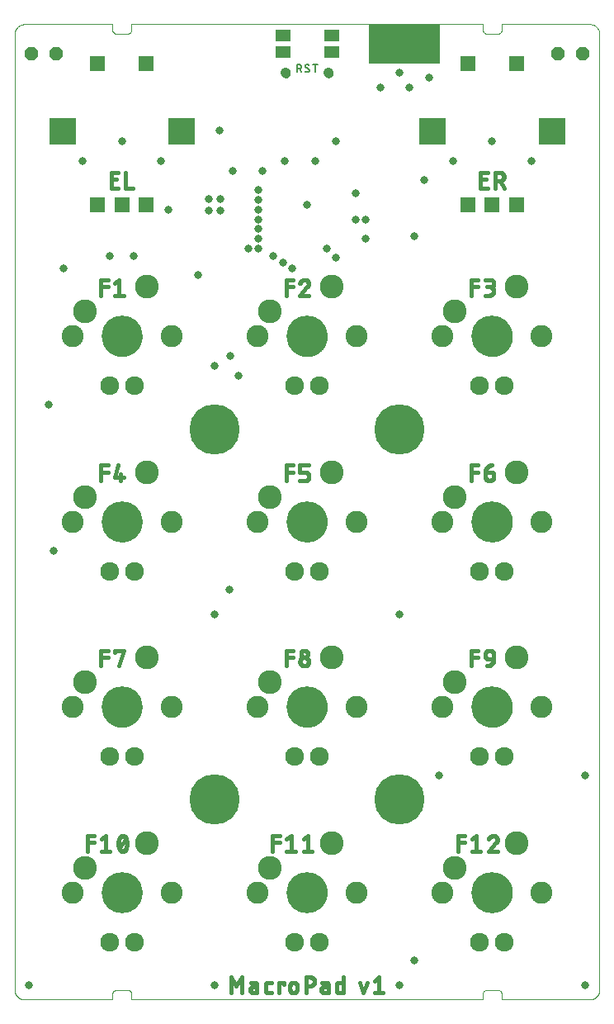
<source format=gts>
G04 EAGLE Gerber RS-274X export*
G75*
%MOMM*%
%FSLAX34Y34*%
%LPD*%
%INTop solder mask*%
%IPPOS*%
%AMOC8*
5,1,8,0,0,1.08239X$1,22.5*%
G01*
%ADD10C,0.000000*%
%ADD11C,0.406400*%
%ADD12C,0.203200*%
%ADD13C,2.436000*%
%ADD14C,2.264400*%
%ADD15C,4.214000*%
%ADD16C,1.928000*%
%ADD17C,1.050000*%
%ADD18R,1.550000X1.550000*%
%ADD19R,2.750000X2.750000*%
%ADD20R,1.674000X3.452000*%
%ADD21R,7.366000X4.064000*%
%ADD22R,1.650000X1.150000*%
%ADD23P,1.475081X8X202.500000*%
%ADD24C,0.800000*%
%ADD25C,5.150000*%


D10*
X590000Y1000000D02*
X500000Y1000000D01*
X500000Y995000D01*
X499998Y994860D01*
X499992Y994720D01*
X499982Y994580D01*
X499969Y994440D01*
X499951Y994301D01*
X499929Y994162D01*
X499904Y994025D01*
X499875Y993887D01*
X499842Y993751D01*
X499805Y993616D01*
X499764Y993482D01*
X499719Y993349D01*
X499671Y993217D01*
X499619Y993087D01*
X499564Y992958D01*
X499505Y992831D01*
X499442Y992705D01*
X499376Y992581D01*
X499307Y992460D01*
X499234Y992340D01*
X499157Y992222D01*
X499078Y992107D01*
X498995Y991993D01*
X498909Y991883D01*
X498820Y991774D01*
X498728Y991668D01*
X498633Y991565D01*
X498536Y991464D01*
X498435Y991367D01*
X498332Y991272D01*
X498226Y991180D01*
X498117Y991091D01*
X498007Y991005D01*
X497893Y990922D01*
X497778Y990843D01*
X497660Y990766D01*
X497540Y990693D01*
X497419Y990624D01*
X497295Y990558D01*
X497169Y990495D01*
X497042Y990436D01*
X496913Y990381D01*
X496783Y990329D01*
X496651Y990281D01*
X496518Y990236D01*
X496384Y990195D01*
X496249Y990158D01*
X496113Y990125D01*
X495975Y990096D01*
X495838Y990071D01*
X495699Y990049D01*
X495560Y990031D01*
X495420Y990018D01*
X495280Y990008D01*
X495140Y990002D01*
X495000Y990000D01*
X485000Y990000D01*
X484860Y990002D01*
X484720Y990008D01*
X484580Y990018D01*
X484440Y990031D01*
X484301Y990049D01*
X484162Y990071D01*
X484025Y990096D01*
X483887Y990125D01*
X483751Y990158D01*
X483616Y990195D01*
X483482Y990236D01*
X483349Y990281D01*
X483217Y990329D01*
X483087Y990381D01*
X482958Y990436D01*
X482831Y990495D01*
X482705Y990558D01*
X482581Y990624D01*
X482460Y990693D01*
X482340Y990766D01*
X482222Y990843D01*
X482107Y990922D01*
X481993Y991005D01*
X481883Y991091D01*
X481774Y991180D01*
X481668Y991272D01*
X481565Y991367D01*
X481464Y991464D01*
X481367Y991565D01*
X481272Y991668D01*
X481180Y991774D01*
X481091Y991883D01*
X481005Y991993D01*
X480922Y992107D01*
X480843Y992222D01*
X480766Y992340D01*
X480693Y992460D01*
X480624Y992581D01*
X480558Y992705D01*
X480495Y992831D01*
X480436Y992958D01*
X480381Y993087D01*
X480329Y993217D01*
X480281Y993349D01*
X480236Y993482D01*
X480195Y993616D01*
X480158Y993751D01*
X480125Y993887D01*
X480096Y994025D01*
X480071Y994162D01*
X480049Y994301D01*
X480031Y994440D01*
X480018Y994580D01*
X480008Y994720D01*
X480002Y994860D01*
X480000Y995000D01*
X480000Y1000000D01*
X120000Y1000000D01*
X120000Y995000D01*
X119998Y994860D01*
X119992Y994720D01*
X119982Y994580D01*
X119969Y994440D01*
X119951Y994301D01*
X119929Y994162D01*
X119904Y994025D01*
X119875Y993887D01*
X119842Y993751D01*
X119805Y993616D01*
X119764Y993482D01*
X119719Y993349D01*
X119671Y993217D01*
X119619Y993087D01*
X119564Y992958D01*
X119505Y992831D01*
X119442Y992705D01*
X119376Y992581D01*
X119307Y992460D01*
X119234Y992340D01*
X119157Y992222D01*
X119078Y992107D01*
X118995Y991993D01*
X118909Y991883D01*
X118820Y991774D01*
X118728Y991668D01*
X118633Y991565D01*
X118536Y991464D01*
X118435Y991367D01*
X118332Y991272D01*
X118226Y991180D01*
X118117Y991091D01*
X118007Y991005D01*
X117893Y990922D01*
X117778Y990843D01*
X117660Y990766D01*
X117540Y990693D01*
X117419Y990624D01*
X117295Y990558D01*
X117169Y990495D01*
X117042Y990436D01*
X116913Y990381D01*
X116783Y990329D01*
X116651Y990281D01*
X116518Y990236D01*
X116384Y990195D01*
X116249Y990158D01*
X116113Y990125D01*
X115975Y990096D01*
X115838Y990071D01*
X115699Y990049D01*
X115560Y990031D01*
X115420Y990018D01*
X115280Y990008D01*
X115140Y990002D01*
X115000Y990000D01*
X105000Y990000D01*
X104860Y990002D01*
X104720Y990008D01*
X104580Y990018D01*
X104440Y990031D01*
X104301Y990049D01*
X104162Y990071D01*
X104025Y990096D01*
X103887Y990125D01*
X103751Y990158D01*
X103616Y990195D01*
X103482Y990236D01*
X103349Y990281D01*
X103217Y990329D01*
X103087Y990381D01*
X102958Y990436D01*
X102831Y990495D01*
X102705Y990558D01*
X102581Y990624D01*
X102460Y990693D01*
X102340Y990766D01*
X102222Y990843D01*
X102107Y990922D01*
X101993Y991005D01*
X101883Y991091D01*
X101774Y991180D01*
X101668Y991272D01*
X101565Y991367D01*
X101464Y991464D01*
X101367Y991565D01*
X101272Y991668D01*
X101180Y991774D01*
X101091Y991883D01*
X101005Y991993D01*
X100922Y992107D01*
X100843Y992222D01*
X100766Y992340D01*
X100693Y992460D01*
X100624Y992581D01*
X100558Y992705D01*
X100495Y992831D01*
X100436Y992958D01*
X100381Y993087D01*
X100329Y993217D01*
X100281Y993349D01*
X100236Y993482D01*
X100195Y993616D01*
X100158Y993751D01*
X100125Y993887D01*
X100096Y994025D01*
X100071Y994162D01*
X100049Y994301D01*
X100031Y994440D01*
X100018Y994580D01*
X100008Y994720D01*
X100002Y994860D01*
X100000Y995000D01*
X100000Y1000000D01*
X10000Y1000000D01*
X9758Y999997D01*
X9517Y999988D01*
X9276Y999974D01*
X9035Y999953D01*
X8795Y999927D01*
X8555Y999895D01*
X8316Y999857D01*
X8079Y999814D01*
X7842Y999764D01*
X7607Y999709D01*
X7373Y999649D01*
X7141Y999582D01*
X6910Y999511D01*
X6681Y999433D01*
X6454Y999350D01*
X6229Y999262D01*
X6006Y999168D01*
X5786Y999069D01*
X5568Y998964D01*
X5353Y998855D01*
X5140Y998740D01*
X4930Y998620D01*
X4724Y998495D01*
X4520Y998365D01*
X4319Y998230D01*
X4122Y998090D01*
X3928Y997946D01*
X3738Y997797D01*
X3552Y997643D01*
X3369Y997485D01*
X3190Y997323D01*
X3015Y997156D01*
X2844Y996985D01*
X2677Y996810D01*
X2515Y996631D01*
X2357Y996448D01*
X2203Y996262D01*
X2054Y996072D01*
X1910Y995878D01*
X1770Y995681D01*
X1635Y995480D01*
X1505Y995276D01*
X1380Y995070D01*
X1260Y994860D01*
X1145Y994647D01*
X1036Y994432D01*
X931Y994214D01*
X832Y993994D01*
X738Y993771D01*
X650Y993546D01*
X567Y993319D01*
X489Y993090D01*
X418Y992859D01*
X351Y992627D01*
X291Y992393D01*
X236Y992158D01*
X186Y991921D01*
X143Y991684D01*
X105Y991445D01*
X73Y991205D01*
X47Y990965D01*
X26Y990724D01*
X12Y990483D01*
X3Y990242D01*
X0Y990000D01*
X0Y10000D01*
X3Y9758D01*
X12Y9517D01*
X26Y9276D01*
X47Y9035D01*
X73Y8795D01*
X105Y8555D01*
X143Y8316D01*
X186Y8079D01*
X236Y7842D01*
X291Y7607D01*
X351Y7373D01*
X418Y7141D01*
X489Y6910D01*
X567Y6681D01*
X650Y6454D01*
X738Y6229D01*
X832Y6006D01*
X931Y5786D01*
X1036Y5568D01*
X1145Y5353D01*
X1260Y5140D01*
X1380Y4930D01*
X1505Y4724D01*
X1635Y4520D01*
X1770Y4319D01*
X1910Y4122D01*
X2054Y3928D01*
X2203Y3738D01*
X2357Y3552D01*
X2515Y3369D01*
X2677Y3190D01*
X2844Y3015D01*
X3015Y2844D01*
X3190Y2677D01*
X3369Y2515D01*
X3552Y2357D01*
X3738Y2203D01*
X3928Y2054D01*
X4122Y1910D01*
X4319Y1770D01*
X4520Y1635D01*
X4724Y1505D01*
X4930Y1380D01*
X5140Y1260D01*
X5353Y1145D01*
X5568Y1036D01*
X5786Y931D01*
X6006Y832D01*
X6229Y738D01*
X6454Y650D01*
X6681Y567D01*
X6910Y489D01*
X7141Y418D01*
X7373Y351D01*
X7607Y291D01*
X7842Y236D01*
X8079Y186D01*
X8316Y143D01*
X8555Y105D01*
X8795Y73D01*
X9035Y47D01*
X9276Y26D01*
X9517Y12D01*
X9758Y3D01*
X10000Y0D01*
X100000Y0D01*
X100000Y5000D01*
X100002Y5140D01*
X100008Y5280D01*
X100018Y5420D01*
X100031Y5560D01*
X100049Y5699D01*
X100071Y5838D01*
X100096Y5975D01*
X100125Y6113D01*
X100158Y6249D01*
X100195Y6384D01*
X100236Y6518D01*
X100281Y6651D01*
X100329Y6783D01*
X100381Y6913D01*
X100436Y7042D01*
X100495Y7169D01*
X100558Y7295D01*
X100624Y7419D01*
X100693Y7540D01*
X100766Y7660D01*
X100843Y7778D01*
X100922Y7893D01*
X101005Y8007D01*
X101091Y8117D01*
X101180Y8226D01*
X101272Y8332D01*
X101367Y8435D01*
X101464Y8536D01*
X101565Y8633D01*
X101668Y8728D01*
X101774Y8820D01*
X101883Y8909D01*
X101993Y8995D01*
X102107Y9078D01*
X102222Y9157D01*
X102340Y9234D01*
X102460Y9307D01*
X102581Y9376D01*
X102705Y9442D01*
X102831Y9505D01*
X102958Y9564D01*
X103087Y9619D01*
X103217Y9671D01*
X103349Y9719D01*
X103482Y9764D01*
X103616Y9805D01*
X103751Y9842D01*
X103887Y9875D01*
X104025Y9904D01*
X104162Y9929D01*
X104301Y9951D01*
X104440Y9969D01*
X104580Y9982D01*
X104720Y9992D01*
X104860Y9998D01*
X105000Y10000D01*
X115000Y10000D01*
X115140Y9998D01*
X115280Y9992D01*
X115420Y9982D01*
X115560Y9969D01*
X115699Y9951D01*
X115838Y9929D01*
X115975Y9904D01*
X116113Y9875D01*
X116249Y9842D01*
X116384Y9805D01*
X116518Y9764D01*
X116651Y9719D01*
X116783Y9671D01*
X116913Y9619D01*
X117042Y9564D01*
X117169Y9505D01*
X117295Y9442D01*
X117419Y9376D01*
X117540Y9307D01*
X117660Y9234D01*
X117778Y9157D01*
X117893Y9078D01*
X118007Y8995D01*
X118117Y8909D01*
X118226Y8820D01*
X118332Y8728D01*
X118435Y8633D01*
X118536Y8536D01*
X118633Y8435D01*
X118728Y8332D01*
X118820Y8226D01*
X118909Y8117D01*
X118995Y8007D01*
X119078Y7893D01*
X119157Y7778D01*
X119234Y7660D01*
X119307Y7540D01*
X119376Y7419D01*
X119442Y7295D01*
X119505Y7169D01*
X119564Y7042D01*
X119619Y6913D01*
X119671Y6783D01*
X119719Y6651D01*
X119764Y6518D01*
X119805Y6384D01*
X119842Y6249D01*
X119875Y6113D01*
X119904Y5975D01*
X119929Y5838D01*
X119951Y5699D01*
X119969Y5560D01*
X119982Y5420D01*
X119992Y5280D01*
X119998Y5140D01*
X120000Y5000D01*
X120000Y0D01*
X480000Y0D01*
X480000Y5000D01*
X480002Y5140D01*
X480008Y5280D01*
X480018Y5420D01*
X480031Y5560D01*
X480049Y5699D01*
X480071Y5838D01*
X480096Y5975D01*
X480125Y6113D01*
X480158Y6249D01*
X480195Y6384D01*
X480236Y6518D01*
X480281Y6651D01*
X480329Y6783D01*
X480381Y6913D01*
X480436Y7042D01*
X480495Y7169D01*
X480558Y7295D01*
X480624Y7419D01*
X480693Y7540D01*
X480766Y7660D01*
X480843Y7778D01*
X480922Y7893D01*
X481005Y8007D01*
X481091Y8117D01*
X481180Y8226D01*
X481272Y8332D01*
X481367Y8435D01*
X481464Y8536D01*
X481565Y8633D01*
X481668Y8728D01*
X481774Y8820D01*
X481883Y8909D01*
X481993Y8995D01*
X482107Y9078D01*
X482222Y9157D01*
X482340Y9234D01*
X482460Y9307D01*
X482581Y9376D01*
X482705Y9442D01*
X482831Y9505D01*
X482958Y9564D01*
X483087Y9619D01*
X483217Y9671D01*
X483349Y9719D01*
X483482Y9764D01*
X483616Y9805D01*
X483751Y9842D01*
X483887Y9875D01*
X484025Y9904D01*
X484162Y9929D01*
X484301Y9951D01*
X484440Y9969D01*
X484580Y9982D01*
X484720Y9992D01*
X484860Y9998D01*
X485000Y10000D01*
X495000Y10000D01*
X495140Y9998D01*
X495280Y9992D01*
X495420Y9982D01*
X495560Y9969D01*
X495699Y9951D01*
X495838Y9929D01*
X495975Y9904D01*
X496113Y9875D01*
X496249Y9842D01*
X496384Y9805D01*
X496518Y9764D01*
X496651Y9719D01*
X496783Y9671D01*
X496913Y9619D01*
X497042Y9564D01*
X497169Y9505D01*
X497295Y9442D01*
X497419Y9376D01*
X497540Y9307D01*
X497660Y9234D01*
X497778Y9157D01*
X497893Y9078D01*
X498007Y8995D01*
X498117Y8909D01*
X498226Y8820D01*
X498332Y8728D01*
X498435Y8633D01*
X498536Y8536D01*
X498633Y8435D01*
X498728Y8332D01*
X498820Y8226D01*
X498909Y8117D01*
X498995Y8007D01*
X499078Y7893D01*
X499157Y7778D01*
X499234Y7660D01*
X499307Y7540D01*
X499376Y7419D01*
X499442Y7295D01*
X499505Y7169D01*
X499564Y7042D01*
X499619Y6913D01*
X499671Y6783D01*
X499719Y6651D01*
X499764Y6518D01*
X499805Y6384D01*
X499842Y6249D01*
X499875Y6113D01*
X499904Y5975D01*
X499929Y5838D01*
X499951Y5699D01*
X499969Y5560D01*
X499982Y5420D01*
X499992Y5280D01*
X499998Y5140D01*
X500000Y5000D01*
X500000Y0D01*
X590000Y0D01*
X590242Y3D01*
X590483Y12D01*
X590724Y26D01*
X590965Y47D01*
X591205Y73D01*
X591445Y105D01*
X591684Y143D01*
X591921Y186D01*
X592158Y236D01*
X592393Y291D01*
X592627Y351D01*
X592859Y418D01*
X593090Y489D01*
X593319Y567D01*
X593546Y650D01*
X593771Y738D01*
X593994Y832D01*
X594214Y931D01*
X594432Y1036D01*
X594647Y1145D01*
X594860Y1260D01*
X595070Y1380D01*
X595276Y1505D01*
X595480Y1635D01*
X595681Y1770D01*
X595878Y1910D01*
X596072Y2054D01*
X596262Y2203D01*
X596448Y2357D01*
X596631Y2515D01*
X596810Y2677D01*
X596985Y2844D01*
X597156Y3015D01*
X597323Y3190D01*
X597485Y3369D01*
X597643Y3552D01*
X597797Y3738D01*
X597946Y3928D01*
X598090Y4122D01*
X598230Y4319D01*
X598365Y4520D01*
X598495Y4724D01*
X598620Y4930D01*
X598740Y5140D01*
X598855Y5353D01*
X598964Y5568D01*
X599069Y5786D01*
X599168Y6006D01*
X599262Y6229D01*
X599350Y6454D01*
X599433Y6681D01*
X599511Y6910D01*
X599582Y7141D01*
X599649Y7373D01*
X599709Y7607D01*
X599764Y7842D01*
X599814Y8079D01*
X599857Y8316D01*
X599895Y8555D01*
X599927Y8795D01*
X599953Y9035D01*
X599974Y9276D01*
X599988Y9517D01*
X599997Y9758D01*
X600000Y10000D01*
X600000Y990000D01*
X599997Y990242D01*
X599988Y990483D01*
X599974Y990724D01*
X599953Y990965D01*
X599927Y991205D01*
X599895Y991445D01*
X599857Y991684D01*
X599814Y991921D01*
X599764Y992158D01*
X599709Y992393D01*
X599649Y992627D01*
X599582Y992859D01*
X599511Y993090D01*
X599433Y993319D01*
X599350Y993546D01*
X599262Y993771D01*
X599168Y993994D01*
X599069Y994214D01*
X598964Y994432D01*
X598855Y994647D01*
X598740Y994860D01*
X598620Y995070D01*
X598495Y995276D01*
X598365Y995480D01*
X598230Y995681D01*
X598090Y995878D01*
X597946Y996072D01*
X597797Y996262D01*
X597643Y996448D01*
X597485Y996631D01*
X597323Y996810D01*
X597156Y996985D01*
X596985Y997156D01*
X596810Y997323D01*
X596631Y997485D01*
X596448Y997643D01*
X596262Y997797D01*
X596072Y997946D01*
X595878Y998090D01*
X595681Y998230D01*
X595480Y998365D01*
X595276Y998495D01*
X595070Y998620D01*
X594860Y998740D01*
X594647Y998855D01*
X594432Y998964D01*
X594214Y999069D01*
X593994Y999168D01*
X593771Y999262D01*
X593546Y999350D01*
X593319Y999433D01*
X593090Y999511D01*
X592859Y999582D01*
X592627Y999649D01*
X592393Y999709D01*
X592158Y999764D01*
X591921Y999814D01*
X591684Y999857D01*
X591445Y999895D01*
X591205Y999927D01*
X590965Y999953D01*
X590724Y999974D01*
X590483Y999988D01*
X590242Y999997D01*
X590000Y1000000D01*
D11*
X222106Y22968D02*
X222106Y7032D01*
X227418Y14115D02*
X222106Y22968D01*
X227418Y14115D02*
X232730Y22968D01*
X232730Y7032D01*
X244659Y13229D02*
X248643Y13229D01*
X244659Y13230D02*
X244548Y13228D01*
X244438Y13222D01*
X244328Y13212D01*
X244218Y13198D01*
X244109Y13181D01*
X244000Y13159D01*
X243893Y13134D01*
X243786Y13104D01*
X243680Y13071D01*
X243576Y13035D01*
X243473Y12994D01*
X243372Y12950D01*
X243272Y12902D01*
X243174Y12851D01*
X243078Y12796D01*
X242984Y12738D01*
X242892Y12677D01*
X242802Y12612D01*
X242714Y12544D01*
X242630Y12473D01*
X242547Y12399D01*
X242468Y12322D01*
X242391Y12243D01*
X242317Y12160D01*
X242246Y12076D01*
X242178Y11988D01*
X242113Y11898D01*
X242052Y11806D01*
X241994Y11712D01*
X241939Y11616D01*
X241888Y11518D01*
X241840Y11418D01*
X241796Y11317D01*
X241755Y11214D01*
X241719Y11110D01*
X241686Y11004D01*
X241656Y10897D01*
X241631Y10790D01*
X241609Y10681D01*
X241592Y10572D01*
X241578Y10462D01*
X241568Y10352D01*
X241562Y10242D01*
X241560Y10131D01*
X241562Y10020D01*
X241568Y9910D01*
X241578Y9800D01*
X241592Y9690D01*
X241609Y9581D01*
X241631Y9472D01*
X241656Y9365D01*
X241686Y9258D01*
X241719Y9152D01*
X241755Y9048D01*
X241796Y8945D01*
X241840Y8844D01*
X241888Y8744D01*
X241939Y8646D01*
X241994Y8550D01*
X242052Y8456D01*
X242113Y8364D01*
X242178Y8274D01*
X242246Y8186D01*
X242317Y8102D01*
X242391Y8019D01*
X242468Y7940D01*
X242547Y7863D01*
X242630Y7789D01*
X242714Y7718D01*
X242802Y7650D01*
X242892Y7585D01*
X242984Y7524D01*
X243078Y7466D01*
X243174Y7411D01*
X243272Y7360D01*
X243372Y7312D01*
X243473Y7268D01*
X243576Y7227D01*
X243680Y7191D01*
X243786Y7158D01*
X243893Y7128D01*
X244000Y7103D01*
X244109Y7081D01*
X244218Y7064D01*
X244328Y7050D01*
X244438Y7040D01*
X244548Y7034D01*
X244659Y7032D01*
X248643Y7032D01*
X248643Y15000D01*
X248641Y15102D01*
X248635Y15203D01*
X248625Y15305D01*
X248612Y15405D01*
X248594Y15506D01*
X248573Y15605D01*
X248548Y15704D01*
X248519Y15801D01*
X248487Y15898D01*
X248450Y15993D01*
X248411Y16086D01*
X248367Y16179D01*
X248320Y16269D01*
X248270Y16357D01*
X248216Y16444D01*
X248159Y16528D01*
X248099Y16610D01*
X248036Y16690D01*
X247970Y16767D01*
X247901Y16842D01*
X247829Y16914D01*
X247754Y16983D01*
X247677Y17049D01*
X247597Y17112D01*
X247515Y17172D01*
X247431Y17229D01*
X247344Y17283D01*
X247256Y17333D01*
X247166Y17380D01*
X247073Y17424D01*
X246980Y17463D01*
X246885Y17500D01*
X246788Y17532D01*
X246691Y17561D01*
X246592Y17586D01*
X246493Y17607D01*
X246392Y17625D01*
X246292Y17638D01*
X246190Y17648D01*
X246089Y17654D01*
X245987Y17656D01*
X242446Y17656D01*
X259918Y7032D02*
X263459Y7032D01*
X259918Y7032D02*
X259816Y7034D01*
X259715Y7040D01*
X259613Y7050D01*
X259513Y7063D01*
X259412Y7081D01*
X259313Y7102D01*
X259214Y7127D01*
X259117Y7156D01*
X259020Y7188D01*
X258925Y7225D01*
X258832Y7264D01*
X258739Y7308D01*
X258649Y7355D01*
X258561Y7405D01*
X258474Y7459D01*
X258390Y7516D01*
X258308Y7576D01*
X258228Y7639D01*
X258151Y7705D01*
X258076Y7774D01*
X258004Y7846D01*
X257935Y7921D01*
X257869Y7998D01*
X257806Y8078D01*
X257746Y8160D01*
X257689Y8244D01*
X257635Y8331D01*
X257585Y8419D01*
X257538Y8509D01*
X257494Y8602D01*
X257455Y8695D01*
X257418Y8790D01*
X257386Y8887D01*
X257357Y8984D01*
X257332Y9083D01*
X257311Y9182D01*
X257293Y9283D01*
X257280Y9383D01*
X257270Y9485D01*
X257264Y9586D01*
X257262Y9688D01*
X257262Y15000D01*
X257264Y15102D01*
X257270Y15203D01*
X257280Y15305D01*
X257293Y15405D01*
X257311Y15506D01*
X257332Y15605D01*
X257357Y15704D01*
X257386Y15801D01*
X257418Y15898D01*
X257455Y15993D01*
X257494Y16086D01*
X257538Y16179D01*
X257585Y16269D01*
X257635Y16357D01*
X257689Y16444D01*
X257746Y16528D01*
X257806Y16610D01*
X257869Y16690D01*
X257935Y16767D01*
X258004Y16842D01*
X258076Y16914D01*
X258151Y16983D01*
X258228Y17049D01*
X258308Y17112D01*
X258390Y17172D01*
X258474Y17229D01*
X258561Y17283D01*
X258649Y17333D01*
X258739Y17380D01*
X258832Y17424D01*
X258925Y17463D01*
X259020Y17500D01*
X259117Y17532D01*
X259214Y17561D01*
X259313Y17586D01*
X259412Y17607D01*
X259513Y17625D01*
X259613Y17638D01*
X259715Y17648D01*
X259816Y17654D01*
X259918Y17656D01*
X263459Y17656D01*
X271193Y17656D02*
X271193Y7032D01*
X271193Y17656D02*
X276505Y17656D01*
X276505Y15885D01*
X282526Y14115D02*
X282526Y10573D01*
X282527Y14115D02*
X282529Y14233D01*
X282535Y14352D01*
X282545Y14469D01*
X282559Y14587D01*
X282576Y14704D01*
X282598Y14820D01*
X282623Y14936D01*
X282653Y15051D01*
X282686Y15164D01*
X282723Y15277D01*
X282764Y15388D01*
X282808Y15497D01*
X282856Y15606D01*
X282908Y15712D01*
X282963Y15817D01*
X283021Y15920D01*
X283083Y16020D01*
X283149Y16119D01*
X283217Y16215D01*
X283289Y16310D01*
X283364Y16401D01*
X283442Y16490D01*
X283523Y16577D01*
X283606Y16660D01*
X283693Y16741D01*
X283782Y16819D01*
X283873Y16894D01*
X283968Y16966D01*
X284064Y17034D01*
X284163Y17100D01*
X284263Y17162D01*
X284366Y17220D01*
X284471Y17275D01*
X284577Y17327D01*
X284686Y17375D01*
X284795Y17419D01*
X284906Y17460D01*
X285019Y17497D01*
X285132Y17530D01*
X285247Y17560D01*
X285363Y17585D01*
X285479Y17607D01*
X285596Y17624D01*
X285714Y17638D01*
X285831Y17648D01*
X285950Y17654D01*
X286068Y17656D01*
X286186Y17654D01*
X286305Y17648D01*
X286422Y17638D01*
X286540Y17624D01*
X286657Y17607D01*
X286773Y17585D01*
X286889Y17560D01*
X287004Y17530D01*
X287117Y17497D01*
X287230Y17460D01*
X287341Y17419D01*
X287450Y17375D01*
X287559Y17327D01*
X287665Y17275D01*
X287770Y17220D01*
X287873Y17162D01*
X287973Y17100D01*
X288072Y17034D01*
X288168Y16966D01*
X288263Y16894D01*
X288354Y16819D01*
X288443Y16741D01*
X288530Y16660D01*
X288613Y16577D01*
X288694Y16490D01*
X288772Y16401D01*
X288847Y16310D01*
X288919Y16215D01*
X288987Y16119D01*
X289053Y16020D01*
X289115Y15920D01*
X289173Y15817D01*
X289228Y15712D01*
X289280Y15606D01*
X289328Y15497D01*
X289372Y15388D01*
X289413Y15277D01*
X289450Y15164D01*
X289483Y15051D01*
X289513Y14936D01*
X289538Y14820D01*
X289560Y14704D01*
X289577Y14587D01*
X289591Y14469D01*
X289601Y14352D01*
X289607Y14233D01*
X289609Y14115D01*
X289609Y10573D01*
X289607Y10455D01*
X289601Y10336D01*
X289591Y10219D01*
X289577Y10101D01*
X289560Y9984D01*
X289538Y9868D01*
X289513Y9752D01*
X289483Y9637D01*
X289450Y9524D01*
X289413Y9411D01*
X289372Y9300D01*
X289328Y9191D01*
X289280Y9082D01*
X289228Y8976D01*
X289173Y8871D01*
X289115Y8768D01*
X289053Y8668D01*
X288987Y8569D01*
X288919Y8473D01*
X288847Y8378D01*
X288772Y8287D01*
X288694Y8198D01*
X288613Y8111D01*
X288530Y8028D01*
X288443Y7947D01*
X288354Y7869D01*
X288263Y7794D01*
X288168Y7722D01*
X288072Y7654D01*
X287973Y7588D01*
X287873Y7526D01*
X287770Y7468D01*
X287665Y7413D01*
X287559Y7361D01*
X287450Y7313D01*
X287341Y7269D01*
X287230Y7228D01*
X287117Y7191D01*
X287004Y7158D01*
X286889Y7128D01*
X286773Y7103D01*
X286657Y7081D01*
X286540Y7064D01*
X286422Y7050D01*
X286305Y7040D01*
X286186Y7034D01*
X286068Y7032D01*
X285950Y7034D01*
X285831Y7040D01*
X285714Y7050D01*
X285596Y7064D01*
X285479Y7081D01*
X285363Y7103D01*
X285247Y7128D01*
X285132Y7158D01*
X285019Y7191D01*
X284906Y7228D01*
X284795Y7269D01*
X284686Y7313D01*
X284577Y7361D01*
X284471Y7413D01*
X284366Y7468D01*
X284263Y7526D01*
X284163Y7588D01*
X284064Y7654D01*
X283968Y7722D01*
X283873Y7794D01*
X283782Y7869D01*
X283693Y7947D01*
X283606Y8028D01*
X283523Y8111D01*
X283442Y8198D01*
X283364Y8287D01*
X283289Y8378D01*
X283217Y8473D01*
X283149Y8569D01*
X283083Y8668D01*
X283021Y8768D01*
X282963Y8871D01*
X282908Y8976D01*
X282856Y9082D01*
X282808Y9191D01*
X282764Y9300D01*
X282723Y9411D01*
X282686Y9524D01*
X282653Y9637D01*
X282623Y9752D01*
X282598Y9868D01*
X282576Y9984D01*
X282559Y10101D01*
X282545Y10219D01*
X282535Y10336D01*
X282529Y10455D01*
X282527Y10573D01*
X298722Y7032D02*
X298722Y22968D01*
X303149Y22968D01*
X303280Y22966D01*
X303411Y22960D01*
X303542Y22951D01*
X303673Y22937D01*
X303803Y22919D01*
X303932Y22898D01*
X304061Y22873D01*
X304189Y22844D01*
X304316Y22811D01*
X304442Y22775D01*
X304567Y22735D01*
X304690Y22691D01*
X304813Y22643D01*
X304934Y22592D01*
X305053Y22538D01*
X305170Y22480D01*
X305286Y22418D01*
X305400Y22353D01*
X305512Y22284D01*
X305622Y22213D01*
X305730Y22138D01*
X305835Y22060D01*
X305938Y21979D01*
X306039Y21895D01*
X306137Y21807D01*
X306233Y21717D01*
X306325Y21625D01*
X306415Y21529D01*
X306503Y21431D01*
X306587Y21330D01*
X306668Y21227D01*
X306746Y21122D01*
X306821Y21014D01*
X306892Y20904D01*
X306961Y20792D01*
X307026Y20678D01*
X307088Y20562D01*
X307146Y20445D01*
X307200Y20326D01*
X307251Y20205D01*
X307299Y20082D01*
X307343Y19959D01*
X307383Y19834D01*
X307419Y19708D01*
X307452Y19581D01*
X307481Y19453D01*
X307506Y19324D01*
X307527Y19195D01*
X307545Y19065D01*
X307559Y18934D01*
X307568Y18803D01*
X307574Y18672D01*
X307576Y18541D01*
X307574Y18410D01*
X307568Y18279D01*
X307559Y18148D01*
X307545Y18017D01*
X307527Y17887D01*
X307506Y17758D01*
X307481Y17629D01*
X307452Y17501D01*
X307419Y17374D01*
X307383Y17248D01*
X307343Y17123D01*
X307299Y17000D01*
X307251Y16877D01*
X307200Y16756D01*
X307146Y16637D01*
X307088Y16520D01*
X307026Y16404D01*
X306961Y16290D01*
X306892Y16178D01*
X306821Y16068D01*
X306746Y15960D01*
X306668Y15855D01*
X306587Y15752D01*
X306503Y15651D01*
X306415Y15553D01*
X306325Y15457D01*
X306233Y15365D01*
X306137Y15275D01*
X306039Y15187D01*
X305938Y15103D01*
X305835Y15022D01*
X305730Y14944D01*
X305622Y14869D01*
X305512Y14798D01*
X305400Y14729D01*
X305286Y14664D01*
X305170Y14602D01*
X305053Y14544D01*
X304934Y14490D01*
X304813Y14439D01*
X304690Y14391D01*
X304567Y14347D01*
X304442Y14307D01*
X304316Y14271D01*
X304189Y14238D01*
X304061Y14209D01*
X303932Y14184D01*
X303803Y14163D01*
X303673Y14145D01*
X303542Y14131D01*
X303411Y14122D01*
X303280Y14116D01*
X303149Y14114D01*
X303149Y14115D02*
X298722Y14115D01*
X317684Y13229D02*
X321668Y13229D01*
X317684Y13230D02*
X317573Y13228D01*
X317463Y13222D01*
X317353Y13212D01*
X317243Y13198D01*
X317134Y13181D01*
X317025Y13159D01*
X316918Y13134D01*
X316811Y13104D01*
X316705Y13071D01*
X316601Y13035D01*
X316498Y12994D01*
X316397Y12950D01*
X316297Y12902D01*
X316199Y12851D01*
X316103Y12796D01*
X316009Y12738D01*
X315917Y12677D01*
X315827Y12612D01*
X315739Y12544D01*
X315655Y12473D01*
X315572Y12399D01*
X315493Y12322D01*
X315416Y12243D01*
X315342Y12160D01*
X315271Y12076D01*
X315203Y11988D01*
X315138Y11898D01*
X315077Y11806D01*
X315019Y11712D01*
X314964Y11616D01*
X314913Y11518D01*
X314865Y11418D01*
X314821Y11317D01*
X314780Y11214D01*
X314744Y11110D01*
X314711Y11004D01*
X314681Y10897D01*
X314656Y10790D01*
X314634Y10681D01*
X314617Y10572D01*
X314603Y10462D01*
X314593Y10352D01*
X314587Y10242D01*
X314585Y10131D01*
X314587Y10020D01*
X314593Y9910D01*
X314603Y9800D01*
X314617Y9690D01*
X314634Y9581D01*
X314656Y9472D01*
X314681Y9365D01*
X314711Y9258D01*
X314744Y9152D01*
X314780Y9048D01*
X314821Y8945D01*
X314865Y8844D01*
X314913Y8744D01*
X314964Y8646D01*
X315019Y8550D01*
X315077Y8456D01*
X315138Y8364D01*
X315203Y8274D01*
X315271Y8186D01*
X315342Y8102D01*
X315416Y8019D01*
X315493Y7940D01*
X315572Y7863D01*
X315655Y7789D01*
X315739Y7718D01*
X315827Y7650D01*
X315917Y7585D01*
X316009Y7524D01*
X316103Y7466D01*
X316199Y7411D01*
X316297Y7360D01*
X316397Y7312D01*
X316498Y7268D01*
X316601Y7227D01*
X316705Y7191D01*
X316811Y7158D01*
X316918Y7128D01*
X317025Y7103D01*
X317134Y7081D01*
X317243Y7064D01*
X317353Y7050D01*
X317463Y7040D01*
X317573Y7034D01*
X317684Y7032D01*
X321668Y7032D01*
X321668Y15000D01*
X321666Y15102D01*
X321660Y15203D01*
X321650Y15305D01*
X321637Y15405D01*
X321619Y15506D01*
X321598Y15605D01*
X321573Y15704D01*
X321544Y15801D01*
X321512Y15898D01*
X321475Y15993D01*
X321436Y16086D01*
X321392Y16179D01*
X321345Y16269D01*
X321295Y16357D01*
X321241Y16444D01*
X321184Y16528D01*
X321124Y16610D01*
X321061Y16690D01*
X320995Y16767D01*
X320926Y16842D01*
X320854Y16914D01*
X320779Y16983D01*
X320702Y17049D01*
X320622Y17112D01*
X320540Y17172D01*
X320456Y17229D01*
X320369Y17283D01*
X320281Y17333D01*
X320191Y17380D01*
X320098Y17424D01*
X320005Y17463D01*
X319910Y17500D01*
X319813Y17532D01*
X319716Y17561D01*
X319617Y17586D01*
X319518Y17607D01*
X319417Y17625D01*
X319317Y17638D01*
X319215Y17648D01*
X319114Y17654D01*
X319012Y17656D01*
X315471Y17656D01*
X337193Y22968D02*
X337193Y7032D01*
X332767Y7032D01*
X332665Y7034D01*
X332564Y7040D01*
X332462Y7050D01*
X332362Y7063D01*
X332261Y7081D01*
X332162Y7102D01*
X332063Y7127D01*
X331966Y7156D01*
X331869Y7188D01*
X331774Y7225D01*
X331681Y7264D01*
X331588Y7308D01*
X331498Y7355D01*
X331410Y7405D01*
X331323Y7459D01*
X331239Y7516D01*
X331157Y7576D01*
X331077Y7639D01*
X331000Y7705D01*
X330925Y7774D01*
X330853Y7846D01*
X330784Y7921D01*
X330718Y7998D01*
X330655Y8078D01*
X330595Y8160D01*
X330538Y8244D01*
X330484Y8331D01*
X330434Y8419D01*
X330387Y8509D01*
X330343Y8602D01*
X330304Y8695D01*
X330267Y8790D01*
X330235Y8887D01*
X330206Y8984D01*
X330181Y9083D01*
X330160Y9182D01*
X330142Y9283D01*
X330129Y9383D01*
X330119Y9485D01*
X330113Y9586D01*
X330111Y9688D01*
X330111Y15000D01*
X330113Y15102D01*
X330119Y15203D01*
X330129Y15305D01*
X330142Y15405D01*
X330160Y15506D01*
X330181Y15605D01*
X330206Y15704D01*
X330235Y15801D01*
X330267Y15898D01*
X330304Y15993D01*
X330343Y16086D01*
X330387Y16179D01*
X330434Y16269D01*
X330484Y16357D01*
X330538Y16444D01*
X330595Y16528D01*
X330655Y16610D01*
X330718Y16690D01*
X330784Y16767D01*
X330853Y16842D01*
X330925Y16914D01*
X331000Y16983D01*
X331077Y17049D01*
X331157Y17112D01*
X331239Y17172D01*
X331323Y17229D01*
X331410Y17283D01*
X331498Y17333D01*
X331588Y17380D01*
X331681Y17424D01*
X331774Y17463D01*
X331869Y17500D01*
X331966Y17532D01*
X332063Y17561D01*
X332162Y17586D01*
X332261Y17607D01*
X332362Y17625D01*
X332462Y17638D01*
X332564Y17648D01*
X332665Y17654D01*
X332767Y17656D01*
X337193Y17656D01*
X354401Y17656D02*
X357943Y7032D01*
X361484Y17656D01*
X369041Y19427D02*
X373468Y22968D01*
X373468Y7032D01*
X377894Y7032D02*
X369041Y7032D01*
X88416Y722032D02*
X88416Y737968D01*
X95499Y737968D01*
X95499Y730885D02*
X88416Y730885D01*
X102731Y734427D02*
X107158Y737968D01*
X107158Y722032D01*
X111584Y722032D02*
X102731Y722032D01*
X278416Y722032D02*
X278416Y737968D01*
X285499Y737968D01*
X285499Y730885D02*
X278416Y730885D01*
X297600Y737968D02*
X297725Y737966D01*
X297850Y737960D01*
X297975Y737950D01*
X298099Y737937D01*
X298223Y737919D01*
X298347Y737897D01*
X298469Y737872D01*
X298591Y737843D01*
X298712Y737810D01*
X298831Y737773D01*
X298950Y737732D01*
X299067Y737688D01*
X299182Y737640D01*
X299296Y737589D01*
X299409Y737534D01*
X299519Y737475D01*
X299628Y737413D01*
X299735Y737348D01*
X299839Y737279D01*
X299942Y737207D01*
X300042Y737132D01*
X300139Y737054D01*
X300235Y736972D01*
X300327Y736888D01*
X300417Y736801D01*
X300504Y736711D01*
X300588Y736619D01*
X300670Y736523D01*
X300748Y736426D01*
X300823Y736326D01*
X300895Y736223D01*
X300964Y736119D01*
X301029Y736012D01*
X301091Y735903D01*
X301150Y735793D01*
X301205Y735680D01*
X301256Y735566D01*
X301304Y735451D01*
X301348Y735334D01*
X301389Y735215D01*
X301426Y735096D01*
X301459Y734975D01*
X301488Y734853D01*
X301513Y734731D01*
X301535Y734607D01*
X301553Y734483D01*
X301566Y734359D01*
X301576Y734234D01*
X301582Y734109D01*
X301584Y733984D01*
X297600Y737968D02*
X297460Y737966D01*
X297320Y737960D01*
X297181Y737951D01*
X297041Y737937D01*
X296903Y737920D01*
X296764Y737899D01*
X296627Y737875D01*
X296490Y737846D01*
X296353Y737814D01*
X296218Y737778D01*
X296084Y737738D01*
X295951Y737695D01*
X295819Y737648D01*
X295689Y737598D01*
X295560Y737544D01*
X295432Y737486D01*
X295306Y737425D01*
X295182Y737361D01*
X295059Y737293D01*
X294939Y737222D01*
X294820Y737147D01*
X294704Y737070D01*
X294590Y736989D01*
X294478Y736905D01*
X294368Y736818D01*
X294261Y736729D01*
X294156Y736636D01*
X294054Y736540D01*
X293954Y736442D01*
X293857Y736341D01*
X293763Y736237D01*
X293672Y736131D01*
X293584Y736023D01*
X293499Y735912D01*
X293417Y735798D01*
X293338Y735683D01*
X293262Y735565D01*
X293189Y735446D01*
X293120Y735324D01*
X293054Y735201D01*
X292991Y735076D01*
X292932Y734949D01*
X292877Y734820D01*
X292824Y734691D01*
X292776Y734559D01*
X292731Y734427D01*
X300256Y730885D02*
X300348Y730975D01*
X300436Y731068D01*
X300523Y731163D01*
X300606Y731261D01*
X300686Y731361D01*
X300763Y731464D01*
X300837Y731568D01*
X300908Y731675D01*
X300975Y731785D01*
X301040Y731896D01*
X301101Y732009D01*
X301158Y732123D01*
X301212Y732240D01*
X301263Y732358D01*
X301310Y732477D01*
X301353Y732598D01*
X301393Y732720D01*
X301429Y732843D01*
X301461Y732967D01*
X301490Y733092D01*
X301515Y733218D01*
X301536Y733345D01*
X301553Y733472D01*
X301567Y733600D01*
X301576Y733727D01*
X301582Y733856D01*
X301584Y733984D01*
X300256Y730885D02*
X292731Y722032D01*
X301584Y722032D01*
X468416Y722032D02*
X468416Y737968D01*
X475499Y737968D01*
X475499Y730885D02*
X468416Y730885D01*
X482731Y722032D02*
X487158Y722032D01*
X487289Y722034D01*
X487420Y722040D01*
X487551Y722049D01*
X487682Y722063D01*
X487812Y722081D01*
X487941Y722102D01*
X488070Y722127D01*
X488198Y722156D01*
X488325Y722189D01*
X488451Y722225D01*
X488576Y722265D01*
X488699Y722309D01*
X488822Y722357D01*
X488943Y722408D01*
X489062Y722462D01*
X489179Y722520D01*
X489295Y722582D01*
X489409Y722647D01*
X489521Y722716D01*
X489631Y722787D01*
X489739Y722862D01*
X489844Y722940D01*
X489947Y723021D01*
X490048Y723105D01*
X490146Y723193D01*
X490242Y723283D01*
X490334Y723375D01*
X490424Y723471D01*
X490512Y723569D01*
X490596Y723670D01*
X490677Y723773D01*
X490755Y723878D01*
X490830Y723986D01*
X490901Y724096D01*
X490970Y724208D01*
X491035Y724322D01*
X491097Y724438D01*
X491155Y724555D01*
X491209Y724674D01*
X491260Y724795D01*
X491308Y724918D01*
X491352Y725041D01*
X491392Y725166D01*
X491428Y725292D01*
X491461Y725419D01*
X491490Y725547D01*
X491515Y725676D01*
X491536Y725805D01*
X491554Y725935D01*
X491568Y726066D01*
X491577Y726197D01*
X491583Y726328D01*
X491585Y726459D01*
X491583Y726590D01*
X491577Y726721D01*
X491568Y726852D01*
X491554Y726983D01*
X491536Y727113D01*
X491515Y727242D01*
X491490Y727371D01*
X491461Y727499D01*
X491428Y727626D01*
X491392Y727752D01*
X491352Y727877D01*
X491308Y728000D01*
X491260Y728123D01*
X491209Y728244D01*
X491155Y728363D01*
X491097Y728480D01*
X491035Y728596D01*
X490970Y728710D01*
X490901Y728822D01*
X490830Y728932D01*
X490755Y729040D01*
X490677Y729145D01*
X490596Y729248D01*
X490512Y729349D01*
X490424Y729447D01*
X490334Y729543D01*
X490242Y729635D01*
X490146Y729725D01*
X490048Y729813D01*
X489947Y729897D01*
X489844Y729978D01*
X489739Y730056D01*
X489631Y730131D01*
X489521Y730202D01*
X489409Y730271D01*
X489295Y730336D01*
X489179Y730398D01*
X489062Y730456D01*
X488943Y730510D01*
X488822Y730561D01*
X488699Y730609D01*
X488576Y730653D01*
X488451Y730693D01*
X488325Y730729D01*
X488198Y730762D01*
X488070Y730791D01*
X487941Y730816D01*
X487812Y730837D01*
X487682Y730855D01*
X487551Y730869D01*
X487420Y730878D01*
X487289Y730884D01*
X487158Y730886D01*
X488043Y737968D02*
X482731Y737968D01*
X488043Y737968D02*
X488161Y737966D01*
X488280Y737960D01*
X488397Y737950D01*
X488515Y737936D01*
X488632Y737919D01*
X488748Y737897D01*
X488864Y737872D01*
X488979Y737842D01*
X489092Y737809D01*
X489205Y737772D01*
X489316Y737731D01*
X489425Y737687D01*
X489534Y737639D01*
X489640Y737587D01*
X489745Y737532D01*
X489848Y737474D01*
X489948Y737412D01*
X490047Y737346D01*
X490143Y737278D01*
X490238Y737206D01*
X490329Y737131D01*
X490418Y737053D01*
X490505Y736972D01*
X490588Y736889D01*
X490669Y736802D01*
X490747Y736713D01*
X490822Y736622D01*
X490894Y736527D01*
X490962Y736431D01*
X491028Y736332D01*
X491090Y736232D01*
X491148Y736129D01*
X491203Y736024D01*
X491255Y735918D01*
X491303Y735809D01*
X491347Y735700D01*
X491388Y735589D01*
X491425Y735476D01*
X491458Y735363D01*
X491488Y735248D01*
X491513Y735132D01*
X491535Y735016D01*
X491552Y734899D01*
X491566Y734781D01*
X491576Y734664D01*
X491582Y734545D01*
X491584Y734427D01*
X491582Y734309D01*
X491576Y734190D01*
X491566Y734073D01*
X491552Y733955D01*
X491535Y733838D01*
X491513Y733722D01*
X491488Y733606D01*
X491458Y733491D01*
X491425Y733378D01*
X491388Y733265D01*
X491347Y733154D01*
X491303Y733045D01*
X491255Y732936D01*
X491203Y732830D01*
X491148Y732725D01*
X491090Y732622D01*
X491028Y732522D01*
X490962Y732423D01*
X490894Y732327D01*
X490822Y732232D01*
X490747Y732141D01*
X490669Y732052D01*
X490588Y731965D01*
X490505Y731882D01*
X490418Y731801D01*
X490329Y731723D01*
X490238Y731648D01*
X490143Y731576D01*
X490047Y731508D01*
X489948Y731442D01*
X489848Y731380D01*
X489745Y731322D01*
X489640Y731267D01*
X489534Y731215D01*
X489425Y731167D01*
X489316Y731123D01*
X489205Y731082D01*
X489092Y731045D01*
X488979Y731012D01*
X488864Y730982D01*
X488748Y730957D01*
X488632Y730935D01*
X488515Y730918D01*
X488397Y730904D01*
X488280Y730894D01*
X488161Y730888D01*
X488043Y730886D01*
X488043Y730885D02*
X484502Y730885D01*
X88416Y547968D02*
X88416Y532032D01*
X88416Y547968D02*
X95499Y547968D01*
X95499Y540885D02*
X88416Y540885D01*
X102731Y535573D02*
X106272Y547968D01*
X102731Y535573D02*
X111584Y535573D01*
X108928Y532032D02*
X108928Y539115D01*
X278416Y532032D02*
X278416Y547968D01*
X285499Y547968D01*
X285499Y540885D02*
X278416Y540885D01*
X292731Y532032D02*
X298043Y532032D01*
X298161Y532034D01*
X298280Y532040D01*
X298397Y532050D01*
X298515Y532064D01*
X298632Y532081D01*
X298748Y532103D01*
X298864Y532128D01*
X298979Y532158D01*
X299092Y532191D01*
X299205Y532228D01*
X299316Y532269D01*
X299425Y532313D01*
X299534Y532361D01*
X299640Y532413D01*
X299745Y532468D01*
X299848Y532526D01*
X299948Y532588D01*
X300047Y532654D01*
X300143Y532722D01*
X300238Y532794D01*
X300329Y532869D01*
X300418Y532947D01*
X300505Y533028D01*
X300588Y533111D01*
X300669Y533198D01*
X300747Y533287D01*
X300822Y533378D01*
X300894Y533473D01*
X300962Y533569D01*
X301028Y533668D01*
X301090Y533768D01*
X301148Y533871D01*
X301203Y533976D01*
X301255Y534082D01*
X301303Y534191D01*
X301347Y534300D01*
X301388Y534411D01*
X301425Y534524D01*
X301458Y534637D01*
X301488Y534752D01*
X301513Y534868D01*
X301535Y534984D01*
X301552Y535101D01*
X301566Y535219D01*
X301576Y535336D01*
X301582Y535455D01*
X301584Y535573D01*
X301584Y537344D01*
X301582Y537462D01*
X301576Y537581D01*
X301566Y537698D01*
X301552Y537816D01*
X301535Y537933D01*
X301513Y538049D01*
X301488Y538165D01*
X301458Y538280D01*
X301425Y538393D01*
X301388Y538506D01*
X301347Y538617D01*
X301303Y538726D01*
X301255Y538835D01*
X301203Y538941D01*
X301148Y539046D01*
X301090Y539149D01*
X301028Y539249D01*
X300962Y539348D01*
X300894Y539444D01*
X300822Y539539D01*
X300747Y539630D01*
X300669Y539719D01*
X300588Y539806D01*
X300505Y539889D01*
X300418Y539970D01*
X300329Y540048D01*
X300238Y540123D01*
X300143Y540195D01*
X300047Y540263D01*
X299948Y540329D01*
X299848Y540391D01*
X299745Y540449D01*
X299640Y540504D01*
X299534Y540556D01*
X299425Y540604D01*
X299316Y540648D01*
X299205Y540689D01*
X299092Y540726D01*
X298979Y540759D01*
X298864Y540789D01*
X298748Y540814D01*
X298632Y540836D01*
X298515Y540853D01*
X298397Y540867D01*
X298280Y540877D01*
X298161Y540883D01*
X298043Y540885D01*
X292731Y540885D01*
X292731Y547968D01*
X301584Y547968D01*
X468416Y547968D02*
X468416Y532032D01*
X468416Y547968D02*
X475499Y547968D01*
X475499Y540885D02*
X468416Y540885D01*
X482731Y540885D02*
X488043Y540885D01*
X488161Y540883D01*
X488280Y540877D01*
X488397Y540867D01*
X488515Y540853D01*
X488632Y540836D01*
X488748Y540814D01*
X488864Y540789D01*
X488979Y540759D01*
X489092Y540726D01*
X489205Y540689D01*
X489316Y540648D01*
X489425Y540604D01*
X489534Y540556D01*
X489640Y540504D01*
X489745Y540449D01*
X489848Y540391D01*
X489948Y540329D01*
X490047Y540263D01*
X490143Y540195D01*
X490238Y540123D01*
X490329Y540048D01*
X490418Y539970D01*
X490505Y539889D01*
X490588Y539806D01*
X490669Y539719D01*
X490747Y539630D01*
X490822Y539539D01*
X490894Y539444D01*
X490962Y539348D01*
X491028Y539249D01*
X491090Y539149D01*
X491148Y539046D01*
X491203Y538941D01*
X491255Y538835D01*
X491303Y538726D01*
X491347Y538617D01*
X491388Y538506D01*
X491425Y538393D01*
X491458Y538280D01*
X491488Y538165D01*
X491513Y538049D01*
X491535Y537933D01*
X491552Y537816D01*
X491566Y537698D01*
X491576Y537581D01*
X491582Y537462D01*
X491584Y537344D01*
X491584Y536459D01*
X491585Y536459D02*
X491583Y536328D01*
X491577Y536197D01*
X491568Y536066D01*
X491554Y535935D01*
X491536Y535805D01*
X491515Y535676D01*
X491490Y535547D01*
X491461Y535419D01*
X491428Y535292D01*
X491392Y535166D01*
X491352Y535041D01*
X491308Y534918D01*
X491260Y534795D01*
X491209Y534674D01*
X491155Y534555D01*
X491097Y534438D01*
X491035Y534322D01*
X490970Y534208D01*
X490901Y534096D01*
X490830Y533986D01*
X490755Y533878D01*
X490677Y533773D01*
X490596Y533670D01*
X490512Y533569D01*
X490424Y533471D01*
X490334Y533375D01*
X490242Y533283D01*
X490146Y533193D01*
X490048Y533105D01*
X489947Y533021D01*
X489844Y532940D01*
X489739Y532862D01*
X489631Y532787D01*
X489521Y532716D01*
X489409Y532647D01*
X489295Y532582D01*
X489179Y532520D01*
X489062Y532462D01*
X488943Y532408D01*
X488822Y532357D01*
X488699Y532309D01*
X488576Y532265D01*
X488451Y532225D01*
X488325Y532189D01*
X488198Y532156D01*
X488070Y532127D01*
X487941Y532102D01*
X487812Y532081D01*
X487682Y532063D01*
X487551Y532049D01*
X487420Y532040D01*
X487289Y532034D01*
X487158Y532032D01*
X487027Y532034D01*
X486896Y532040D01*
X486765Y532049D01*
X486634Y532063D01*
X486504Y532081D01*
X486375Y532102D01*
X486246Y532127D01*
X486118Y532156D01*
X485991Y532189D01*
X485865Y532225D01*
X485740Y532265D01*
X485617Y532309D01*
X485494Y532357D01*
X485373Y532408D01*
X485254Y532462D01*
X485137Y532520D01*
X485021Y532582D01*
X484907Y532647D01*
X484795Y532716D01*
X484685Y532787D01*
X484577Y532862D01*
X484472Y532940D01*
X484369Y533021D01*
X484268Y533105D01*
X484170Y533193D01*
X484074Y533283D01*
X483982Y533375D01*
X483892Y533471D01*
X483804Y533569D01*
X483720Y533670D01*
X483639Y533773D01*
X483561Y533878D01*
X483486Y533986D01*
X483415Y534096D01*
X483346Y534208D01*
X483281Y534322D01*
X483219Y534438D01*
X483161Y534555D01*
X483107Y534674D01*
X483056Y534795D01*
X483008Y534918D01*
X482964Y535041D01*
X482924Y535166D01*
X482888Y535292D01*
X482855Y535419D01*
X482826Y535547D01*
X482801Y535676D01*
X482780Y535805D01*
X482762Y535935D01*
X482748Y536066D01*
X482739Y536197D01*
X482733Y536328D01*
X482731Y536459D01*
X482731Y540885D01*
X482733Y541059D01*
X482740Y541233D01*
X482750Y541406D01*
X482765Y541579D01*
X482784Y541752D01*
X482808Y541924D01*
X482835Y542096D01*
X482867Y542267D01*
X482903Y542437D01*
X482943Y542606D01*
X482988Y542774D01*
X483036Y542941D01*
X483088Y543107D01*
X483145Y543271D01*
X483206Y543434D01*
X483270Y543596D01*
X483339Y543755D01*
X483411Y543913D01*
X483487Y544070D01*
X483567Y544224D01*
X483651Y544376D01*
X483739Y544526D01*
X483830Y544674D01*
X483925Y544820D01*
X484023Y544963D01*
X484125Y545104D01*
X484230Y545243D01*
X484339Y545378D01*
X484451Y545511D01*
X484566Y545642D01*
X484684Y545769D01*
X484806Y545893D01*
X484930Y546015D01*
X485057Y546133D01*
X485188Y546248D01*
X485321Y546360D01*
X485456Y546469D01*
X485595Y546574D01*
X485736Y546676D01*
X485879Y546774D01*
X486025Y546869D01*
X486173Y546960D01*
X486323Y547048D01*
X486475Y547132D01*
X486629Y547212D01*
X486786Y547288D01*
X486944Y547360D01*
X487103Y547429D01*
X487265Y547493D01*
X487428Y547554D01*
X487592Y547611D01*
X487758Y547663D01*
X487925Y547711D01*
X488093Y547756D01*
X488262Y547796D01*
X488432Y547832D01*
X488603Y547864D01*
X488775Y547891D01*
X488947Y547915D01*
X489120Y547934D01*
X489293Y547949D01*
X489466Y547959D01*
X489640Y547966D01*
X489814Y547968D01*
X88416Y357968D02*
X88416Y342032D01*
X88416Y357968D02*
X95499Y357968D01*
X95499Y350885D02*
X88416Y350885D01*
X102731Y356197D02*
X102731Y357968D01*
X111584Y357968D01*
X107158Y342032D01*
X278416Y342032D02*
X278416Y357968D01*
X285499Y357968D01*
X285499Y350885D02*
X278416Y350885D01*
X292731Y346459D02*
X292733Y346590D01*
X292739Y346721D01*
X292748Y346852D01*
X292762Y346983D01*
X292780Y347113D01*
X292801Y347242D01*
X292826Y347371D01*
X292855Y347499D01*
X292888Y347626D01*
X292924Y347752D01*
X292964Y347877D01*
X293008Y348000D01*
X293056Y348123D01*
X293107Y348244D01*
X293161Y348363D01*
X293219Y348480D01*
X293281Y348596D01*
X293346Y348710D01*
X293415Y348822D01*
X293486Y348932D01*
X293561Y349040D01*
X293639Y349145D01*
X293720Y349248D01*
X293804Y349349D01*
X293892Y349447D01*
X293982Y349543D01*
X294074Y349635D01*
X294170Y349725D01*
X294268Y349813D01*
X294369Y349897D01*
X294472Y349978D01*
X294577Y350056D01*
X294685Y350131D01*
X294795Y350202D01*
X294907Y350271D01*
X295021Y350336D01*
X295137Y350398D01*
X295254Y350456D01*
X295373Y350510D01*
X295494Y350561D01*
X295617Y350609D01*
X295740Y350653D01*
X295865Y350693D01*
X295991Y350729D01*
X296118Y350762D01*
X296246Y350791D01*
X296375Y350816D01*
X296504Y350837D01*
X296634Y350855D01*
X296765Y350869D01*
X296896Y350878D01*
X297027Y350884D01*
X297158Y350886D01*
X297289Y350884D01*
X297420Y350878D01*
X297551Y350869D01*
X297682Y350855D01*
X297812Y350837D01*
X297941Y350816D01*
X298070Y350791D01*
X298198Y350762D01*
X298325Y350729D01*
X298451Y350693D01*
X298576Y350653D01*
X298699Y350609D01*
X298822Y350561D01*
X298943Y350510D01*
X299062Y350456D01*
X299179Y350398D01*
X299295Y350336D01*
X299409Y350271D01*
X299521Y350202D01*
X299631Y350131D01*
X299739Y350056D01*
X299844Y349978D01*
X299947Y349897D01*
X300048Y349813D01*
X300146Y349725D01*
X300242Y349635D01*
X300334Y349543D01*
X300424Y349447D01*
X300512Y349349D01*
X300596Y349248D01*
X300677Y349145D01*
X300755Y349040D01*
X300830Y348932D01*
X300901Y348822D01*
X300970Y348710D01*
X301035Y348596D01*
X301097Y348480D01*
X301155Y348363D01*
X301209Y348244D01*
X301260Y348123D01*
X301308Y348000D01*
X301352Y347877D01*
X301392Y347752D01*
X301428Y347626D01*
X301461Y347499D01*
X301490Y347371D01*
X301515Y347242D01*
X301536Y347113D01*
X301554Y346983D01*
X301568Y346852D01*
X301577Y346721D01*
X301583Y346590D01*
X301585Y346459D01*
X301583Y346328D01*
X301577Y346197D01*
X301568Y346066D01*
X301554Y345935D01*
X301536Y345805D01*
X301515Y345676D01*
X301490Y345547D01*
X301461Y345419D01*
X301428Y345292D01*
X301392Y345166D01*
X301352Y345041D01*
X301308Y344918D01*
X301260Y344795D01*
X301209Y344674D01*
X301155Y344555D01*
X301097Y344438D01*
X301035Y344322D01*
X300970Y344208D01*
X300901Y344096D01*
X300830Y343986D01*
X300755Y343878D01*
X300677Y343773D01*
X300596Y343670D01*
X300512Y343569D01*
X300424Y343471D01*
X300334Y343375D01*
X300242Y343283D01*
X300146Y343193D01*
X300048Y343105D01*
X299947Y343021D01*
X299844Y342940D01*
X299739Y342862D01*
X299631Y342787D01*
X299521Y342716D01*
X299409Y342647D01*
X299295Y342582D01*
X299179Y342520D01*
X299062Y342462D01*
X298943Y342408D01*
X298822Y342357D01*
X298699Y342309D01*
X298576Y342265D01*
X298451Y342225D01*
X298325Y342189D01*
X298198Y342156D01*
X298070Y342127D01*
X297941Y342102D01*
X297812Y342081D01*
X297682Y342063D01*
X297551Y342049D01*
X297420Y342040D01*
X297289Y342034D01*
X297158Y342032D01*
X297027Y342034D01*
X296896Y342040D01*
X296765Y342049D01*
X296634Y342063D01*
X296504Y342081D01*
X296375Y342102D01*
X296246Y342127D01*
X296118Y342156D01*
X295991Y342189D01*
X295865Y342225D01*
X295740Y342265D01*
X295617Y342309D01*
X295494Y342357D01*
X295373Y342408D01*
X295254Y342462D01*
X295137Y342520D01*
X295021Y342582D01*
X294907Y342647D01*
X294795Y342716D01*
X294685Y342787D01*
X294577Y342862D01*
X294472Y342940D01*
X294369Y343021D01*
X294268Y343105D01*
X294170Y343193D01*
X294074Y343283D01*
X293982Y343375D01*
X293892Y343471D01*
X293804Y343569D01*
X293720Y343670D01*
X293639Y343773D01*
X293561Y343878D01*
X293486Y343986D01*
X293415Y344096D01*
X293346Y344208D01*
X293281Y344322D01*
X293219Y344438D01*
X293161Y344555D01*
X293107Y344674D01*
X293056Y344795D01*
X293008Y344918D01*
X292964Y345041D01*
X292924Y345166D01*
X292888Y345292D01*
X292855Y345419D01*
X292826Y345547D01*
X292801Y345676D01*
X292780Y345805D01*
X292762Y345935D01*
X292748Y346066D01*
X292739Y346197D01*
X292733Y346328D01*
X292731Y346459D01*
X293617Y354427D02*
X293619Y354545D01*
X293625Y354664D01*
X293635Y354781D01*
X293649Y354899D01*
X293666Y355016D01*
X293688Y355132D01*
X293713Y355248D01*
X293743Y355363D01*
X293776Y355476D01*
X293813Y355589D01*
X293854Y355700D01*
X293898Y355809D01*
X293946Y355918D01*
X293998Y356024D01*
X294053Y356129D01*
X294111Y356232D01*
X294173Y356332D01*
X294239Y356431D01*
X294307Y356527D01*
X294379Y356622D01*
X294454Y356713D01*
X294532Y356802D01*
X294613Y356889D01*
X294696Y356972D01*
X294783Y357053D01*
X294872Y357131D01*
X294963Y357206D01*
X295058Y357278D01*
X295154Y357346D01*
X295253Y357412D01*
X295353Y357474D01*
X295456Y357532D01*
X295561Y357587D01*
X295667Y357639D01*
X295776Y357687D01*
X295885Y357731D01*
X295996Y357772D01*
X296109Y357809D01*
X296222Y357842D01*
X296337Y357872D01*
X296453Y357897D01*
X296569Y357919D01*
X296686Y357936D01*
X296804Y357950D01*
X296921Y357960D01*
X297040Y357966D01*
X297158Y357968D01*
X297276Y357966D01*
X297395Y357960D01*
X297512Y357950D01*
X297630Y357936D01*
X297747Y357919D01*
X297863Y357897D01*
X297979Y357872D01*
X298094Y357842D01*
X298207Y357809D01*
X298320Y357772D01*
X298431Y357731D01*
X298540Y357687D01*
X298649Y357639D01*
X298755Y357587D01*
X298860Y357532D01*
X298963Y357474D01*
X299063Y357412D01*
X299162Y357346D01*
X299258Y357278D01*
X299353Y357206D01*
X299444Y357131D01*
X299533Y357053D01*
X299620Y356972D01*
X299703Y356889D01*
X299784Y356802D01*
X299862Y356713D01*
X299937Y356622D01*
X300009Y356527D01*
X300077Y356431D01*
X300143Y356332D01*
X300205Y356232D01*
X300263Y356129D01*
X300318Y356024D01*
X300370Y355918D01*
X300418Y355809D01*
X300462Y355700D01*
X300503Y355589D01*
X300540Y355476D01*
X300573Y355363D01*
X300603Y355248D01*
X300628Y355132D01*
X300650Y355016D01*
X300667Y354899D01*
X300681Y354781D01*
X300691Y354664D01*
X300697Y354545D01*
X300699Y354427D01*
X300697Y354309D01*
X300691Y354190D01*
X300681Y354073D01*
X300667Y353955D01*
X300650Y353838D01*
X300628Y353722D01*
X300603Y353606D01*
X300573Y353491D01*
X300540Y353378D01*
X300503Y353265D01*
X300462Y353154D01*
X300418Y353045D01*
X300370Y352936D01*
X300318Y352830D01*
X300263Y352725D01*
X300205Y352622D01*
X300143Y352522D01*
X300077Y352423D01*
X300009Y352327D01*
X299937Y352232D01*
X299862Y352141D01*
X299784Y352052D01*
X299703Y351965D01*
X299620Y351882D01*
X299533Y351801D01*
X299444Y351723D01*
X299353Y351648D01*
X299258Y351576D01*
X299162Y351508D01*
X299063Y351442D01*
X298963Y351380D01*
X298860Y351322D01*
X298755Y351267D01*
X298649Y351215D01*
X298540Y351167D01*
X298431Y351123D01*
X298320Y351082D01*
X298207Y351045D01*
X298094Y351012D01*
X297979Y350982D01*
X297863Y350957D01*
X297747Y350935D01*
X297630Y350918D01*
X297512Y350904D01*
X297395Y350894D01*
X297276Y350888D01*
X297158Y350886D01*
X297040Y350888D01*
X296921Y350894D01*
X296804Y350904D01*
X296686Y350918D01*
X296569Y350935D01*
X296453Y350957D01*
X296337Y350982D01*
X296222Y351012D01*
X296109Y351045D01*
X295996Y351082D01*
X295885Y351123D01*
X295776Y351167D01*
X295667Y351215D01*
X295561Y351267D01*
X295456Y351322D01*
X295353Y351380D01*
X295253Y351442D01*
X295154Y351508D01*
X295058Y351576D01*
X294963Y351648D01*
X294872Y351723D01*
X294783Y351801D01*
X294696Y351882D01*
X294613Y351965D01*
X294532Y352052D01*
X294454Y352141D01*
X294379Y352232D01*
X294307Y352327D01*
X294239Y352423D01*
X294173Y352522D01*
X294111Y352622D01*
X294053Y352725D01*
X293998Y352830D01*
X293946Y352936D01*
X293898Y353045D01*
X293854Y353154D01*
X293813Y353265D01*
X293776Y353378D01*
X293743Y353491D01*
X293713Y353606D01*
X293688Y353722D01*
X293666Y353838D01*
X293649Y353955D01*
X293635Y354073D01*
X293625Y354190D01*
X293619Y354309D01*
X293617Y354427D01*
X468416Y357968D02*
X468416Y342032D01*
X468416Y357968D02*
X475499Y357968D01*
X475499Y350885D02*
X468416Y350885D01*
X486272Y349115D02*
X491584Y349115D01*
X486272Y349115D02*
X486154Y349117D01*
X486035Y349123D01*
X485918Y349133D01*
X485800Y349147D01*
X485683Y349164D01*
X485567Y349186D01*
X485451Y349211D01*
X485336Y349241D01*
X485223Y349274D01*
X485110Y349311D01*
X484999Y349352D01*
X484890Y349396D01*
X484781Y349444D01*
X484675Y349496D01*
X484570Y349551D01*
X484467Y349609D01*
X484367Y349671D01*
X484268Y349737D01*
X484172Y349805D01*
X484077Y349877D01*
X483986Y349952D01*
X483897Y350030D01*
X483810Y350111D01*
X483727Y350194D01*
X483646Y350281D01*
X483568Y350370D01*
X483493Y350461D01*
X483421Y350556D01*
X483353Y350652D01*
X483287Y350751D01*
X483225Y350851D01*
X483167Y350954D01*
X483112Y351059D01*
X483060Y351165D01*
X483012Y351274D01*
X482968Y351383D01*
X482927Y351494D01*
X482890Y351607D01*
X482857Y351721D01*
X482827Y351835D01*
X482802Y351951D01*
X482780Y352067D01*
X482763Y352184D01*
X482749Y352302D01*
X482739Y352420D01*
X482733Y352538D01*
X482731Y352656D01*
X482731Y353541D01*
X482733Y353672D01*
X482739Y353803D01*
X482748Y353934D01*
X482762Y354065D01*
X482780Y354195D01*
X482801Y354324D01*
X482826Y354453D01*
X482855Y354581D01*
X482888Y354708D01*
X482924Y354834D01*
X482964Y354959D01*
X483008Y355082D01*
X483056Y355205D01*
X483107Y355326D01*
X483161Y355445D01*
X483219Y355562D01*
X483281Y355678D01*
X483346Y355792D01*
X483415Y355904D01*
X483486Y356014D01*
X483561Y356122D01*
X483639Y356227D01*
X483720Y356330D01*
X483804Y356431D01*
X483892Y356529D01*
X483982Y356625D01*
X484074Y356717D01*
X484170Y356807D01*
X484268Y356895D01*
X484369Y356979D01*
X484472Y357060D01*
X484577Y357138D01*
X484685Y357213D01*
X484795Y357284D01*
X484907Y357353D01*
X485021Y357418D01*
X485137Y357480D01*
X485254Y357538D01*
X485373Y357592D01*
X485494Y357643D01*
X485617Y357691D01*
X485740Y357735D01*
X485865Y357775D01*
X485991Y357811D01*
X486118Y357844D01*
X486246Y357873D01*
X486375Y357898D01*
X486504Y357919D01*
X486634Y357937D01*
X486765Y357951D01*
X486896Y357960D01*
X487027Y357966D01*
X487158Y357968D01*
X487289Y357966D01*
X487420Y357960D01*
X487551Y357951D01*
X487682Y357937D01*
X487812Y357919D01*
X487941Y357898D01*
X488070Y357873D01*
X488198Y357844D01*
X488325Y357811D01*
X488451Y357775D01*
X488576Y357735D01*
X488699Y357691D01*
X488822Y357643D01*
X488943Y357592D01*
X489062Y357538D01*
X489179Y357480D01*
X489295Y357418D01*
X489409Y357353D01*
X489521Y357284D01*
X489631Y357213D01*
X489739Y357138D01*
X489844Y357060D01*
X489947Y356979D01*
X490048Y356895D01*
X490146Y356807D01*
X490242Y356717D01*
X490334Y356625D01*
X490424Y356529D01*
X490512Y356431D01*
X490596Y356330D01*
X490677Y356227D01*
X490755Y356122D01*
X490830Y356014D01*
X490901Y355904D01*
X490970Y355792D01*
X491035Y355678D01*
X491097Y355562D01*
X491155Y355445D01*
X491209Y355326D01*
X491260Y355205D01*
X491308Y355082D01*
X491352Y354959D01*
X491392Y354834D01*
X491428Y354708D01*
X491461Y354581D01*
X491490Y354453D01*
X491515Y354324D01*
X491536Y354195D01*
X491554Y354065D01*
X491568Y353934D01*
X491577Y353803D01*
X491583Y353672D01*
X491585Y353541D01*
X491584Y353541D02*
X491584Y349115D01*
X491582Y348941D01*
X491575Y348767D01*
X491565Y348594D01*
X491550Y348421D01*
X491531Y348248D01*
X491507Y348076D01*
X491480Y347904D01*
X491448Y347733D01*
X491412Y347563D01*
X491372Y347394D01*
X491327Y347226D01*
X491279Y347059D01*
X491227Y346893D01*
X491170Y346729D01*
X491109Y346566D01*
X491045Y346404D01*
X490976Y346245D01*
X490904Y346087D01*
X490828Y345930D01*
X490748Y345776D01*
X490664Y345624D01*
X490576Y345474D01*
X490485Y345326D01*
X490390Y345180D01*
X490292Y345037D01*
X490190Y344896D01*
X490085Y344757D01*
X489976Y344622D01*
X489864Y344489D01*
X489749Y344358D01*
X489631Y344231D01*
X489509Y344107D01*
X489385Y343985D01*
X489258Y343867D01*
X489127Y343752D01*
X488994Y343640D01*
X488859Y343531D01*
X488720Y343426D01*
X488579Y343324D01*
X488436Y343226D01*
X488290Y343131D01*
X488142Y343040D01*
X487992Y342952D01*
X487840Y342868D01*
X487686Y342788D01*
X487529Y342712D01*
X487371Y342640D01*
X487212Y342571D01*
X487050Y342507D01*
X486887Y342446D01*
X486723Y342389D01*
X486557Y342337D01*
X486390Y342289D01*
X486222Y342244D01*
X486053Y342204D01*
X485883Y342168D01*
X485712Y342136D01*
X485540Y342109D01*
X485368Y342085D01*
X485195Y342066D01*
X485022Y342051D01*
X484849Y342041D01*
X484675Y342034D01*
X484501Y342032D01*
X74791Y167968D02*
X74791Y152032D01*
X74791Y167968D02*
X81874Y167968D01*
X81874Y160885D02*
X74791Y160885D01*
X89106Y164427D02*
X93533Y167968D01*
X93533Y152032D01*
X97959Y152032D02*
X89106Y152032D01*
X106356Y160000D02*
X106360Y160313D01*
X106371Y160627D01*
X106390Y160940D01*
X106416Y161252D01*
X106449Y161564D01*
X106490Y161875D01*
X106539Y162184D01*
X106595Y162493D01*
X106658Y162800D01*
X106728Y163105D01*
X106806Y163409D01*
X106891Y163711D01*
X106983Y164011D01*
X107083Y164308D01*
X107189Y164603D01*
X107302Y164895D01*
X107423Y165185D01*
X107550Y165471D01*
X107684Y165755D01*
X107684Y165754D02*
X107723Y165861D01*
X107765Y165965D01*
X107810Y166069D01*
X107859Y166170D01*
X107912Y166270D01*
X107968Y166368D01*
X108028Y166464D01*
X108090Y166558D01*
X108156Y166650D01*
X108225Y166739D01*
X108297Y166826D01*
X108372Y166910D01*
X108450Y166992D01*
X108531Y167071D01*
X108614Y167147D01*
X108700Y167220D01*
X108788Y167291D01*
X108879Y167358D01*
X108972Y167422D01*
X109067Y167483D01*
X109164Y167540D01*
X109263Y167594D01*
X109364Y167645D01*
X109467Y167692D01*
X109571Y167735D01*
X109676Y167775D01*
X109783Y167812D01*
X109891Y167844D01*
X110000Y167873D01*
X110111Y167898D01*
X110221Y167919D01*
X110333Y167937D01*
X110445Y167951D01*
X110557Y167960D01*
X110670Y167966D01*
X110783Y167968D01*
X110896Y167966D01*
X111009Y167960D01*
X111121Y167951D01*
X111233Y167937D01*
X111345Y167919D01*
X111456Y167898D01*
X111566Y167873D01*
X111675Y167844D01*
X111783Y167812D01*
X111890Y167775D01*
X111995Y167735D01*
X112099Y167692D01*
X112202Y167645D01*
X112303Y167594D01*
X112402Y167540D01*
X112499Y167483D01*
X112594Y167422D01*
X112687Y167358D01*
X112778Y167291D01*
X112866Y167220D01*
X112952Y167147D01*
X113035Y167071D01*
X113116Y166992D01*
X113194Y166910D01*
X113269Y166826D01*
X113341Y166739D01*
X113410Y166650D01*
X113476Y166558D01*
X113538Y166464D01*
X113598Y166368D01*
X113654Y166270D01*
X113707Y166170D01*
X113756Y166069D01*
X113801Y165965D01*
X113843Y165861D01*
X113882Y165754D01*
X113881Y165755D02*
X114015Y165471D01*
X114142Y165185D01*
X114263Y164895D01*
X114376Y164603D01*
X114482Y164308D01*
X114582Y164011D01*
X114674Y163711D01*
X114759Y163409D01*
X114837Y163105D01*
X114907Y162800D01*
X114970Y162493D01*
X115026Y162184D01*
X115075Y161875D01*
X115116Y161564D01*
X115149Y161252D01*
X115175Y160940D01*
X115194Y160627D01*
X115205Y160313D01*
X115209Y160000D01*
X106355Y160000D02*
X106359Y159686D01*
X106370Y159373D01*
X106389Y159060D01*
X106415Y158748D01*
X106448Y158436D01*
X106490Y158125D01*
X106538Y157815D01*
X106594Y157507D01*
X106657Y157200D01*
X106727Y156894D01*
X106805Y156591D01*
X106890Y156289D01*
X106982Y155989D01*
X107082Y155692D01*
X107188Y155397D01*
X107301Y155105D01*
X107422Y154815D01*
X107549Y154529D01*
X107683Y154245D01*
X107684Y154245D02*
X107723Y154139D01*
X107765Y154035D01*
X107810Y153931D01*
X107859Y153830D01*
X107912Y153730D01*
X107968Y153632D01*
X108028Y153536D01*
X108090Y153442D01*
X108156Y153350D01*
X108225Y153261D01*
X108297Y153174D01*
X108372Y153090D01*
X108450Y153008D01*
X108531Y152929D01*
X108614Y152853D01*
X108700Y152780D01*
X108788Y152709D01*
X108879Y152642D01*
X108972Y152578D01*
X109067Y152517D01*
X109164Y152460D01*
X109263Y152406D01*
X109364Y152355D01*
X109467Y152308D01*
X109571Y152265D01*
X109676Y152225D01*
X109783Y152188D01*
X109891Y152156D01*
X110000Y152127D01*
X110111Y152102D01*
X110221Y152081D01*
X110333Y152063D01*
X110445Y152049D01*
X110557Y152040D01*
X110670Y152034D01*
X110783Y152032D01*
X113882Y154245D02*
X114016Y154529D01*
X114143Y154815D01*
X114264Y155105D01*
X114377Y155397D01*
X114483Y155692D01*
X114583Y155989D01*
X114675Y156289D01*
X114760Y156591D01*
X114838Y156894D01*
X114908Y157200D01*
X114971Y157507D01*
X115027Y157815D01*
X115075Y158125D01*
X115117Y158436D01*
X115150Y158748D01*
X115176Y159060D01*
X115195Y159373D01*
X115206Y159686D01*
X115210Y160000D01*
X113882Y154246D02*
X113843Y154139D01*
X113801Y154035D01*
X113756Y153931D01*
X113707Y153830D01*
X113654Y153730D01*
X113598Y153632D01*
X113538Y153536D01*
X113476Y153442D01*
X113410Y153350D01*
X113341Y153261D01*
X113269Y153174D01*
X113194Y153090D01*
X113116Y153008D01*
X113035Y152929D01*
X112952Y152853D01*
X112866Y152780D01*
X112778Y152709D01*
X112687Y152642D01*
X112594Y152578D01*
X112499Y152517D01*
X112402Y152460D01*
X112303Y152406D01*
X112202Y152355D01*
X112099Y152308D01*
X111995Y152265D01*
X111890Y152225D01*
X111783Y152188D01*
X111675Y152156D01*
X111566Y152127D01*
X111455Y152102D01*
X111345Y152081D01*
X111233Y152063D01*
X111121Y152049D01*
X111009Y152040D01*
X110896Y152034D01*
X110783Y152032D01*
X107241Y155573D02*
X114324Y164427D01*
X264791Y167968D02*
X264791Y152032D01*
X264791Y167968D02*
X271874Y167968D01*
X271874Y160885D02*
X264791Y160885D01*
X279106Y164427D02*
X283533Y167968D01*
X283533Y152032D01*
X287959Y152032D02*
X279106Y152032D01*
X296356Y164427D02*
X300783Y167968D01*
X300783Y152032D01*
X305209Y152032D02*
X296356Y152032D01*
X454791Y152032D02*
X454791Y167968D01*
X461874Y167968D01*
X461874Y160885D02*
X454791Y160885D01*
X469106Y164427D02*
X473533Y167968D01*
X473533Y152032D01*
X477959Y152032D02*
X469106Y152032D01*
X491225Y167968D02*
X491350Y167966D01*
X491475Y167960D01*
X491600Y167950D01*
X491724Y167937D01*
X491848Y167919D01*
X491972Y167897D01*
X492094Y167872D01*
X492216Y167843D01*
X492337Y167810D01*
X492456Y167773D01*
X492575Y167732D01*
X492692Y167688D01*
X492807Y167640D01*
X492921Y167589D01*
X493034Y167534D01*
X493144Y167475D01*
X493253Y167413D01*
X493360Y167348D01*
X493464Y167279D01*
X493567Y167207D01*
X493667Y167132D01*
X493764Y167054D01*
X493860Y166972D01*
X493952Y166888D01*
X494042Y166801D01*
X494129Y166711D01*
X494213Y166619D01*
X494295Y166523D01*
X494373Y166426D01*
X494448Y166326D01*
X494520Y166223D01*
X494589Y166119D01*
X494654Y166012D01*
X494716Y165903D01*
X494775Y165793D01*
X494830Y165680D01*
X494881Y165566D01*
X494929Y165451D01*
X494973Y165334D01*
X495014Y165215D01*
X495051Y165096D01*
X495084Y164975D01*
X495113Y164853D01*
X495138Y164731D01*
X495160Y164607D01*
X495178Y164483D01*
X495191Y164359D01*
X495201Y164234D01*
X495207Y164109D01*
X495209Y163984D01*
X491225Y167968D02*
X491085Y167966D01*
X490945Y167960D01*
X490806Y167951D01*
X490666Y167937D01*
X490528Y167920D01*
X490389Y167899D01*
X490252Y167875D01*
X490115Y167846D01*
X489978Y167814D01*
X489843Y167778D01*
X489709Y167738D01*
X489576Y167695D01*
X489444Y167648D01*
X489314Y167598D01*
X489185Y167544D01*
X489057Y167486D01*
X488931Y167425D01*
X488807Y167361D01*
X488684Y167293D01*
X488564Y167222D01*
X488445Y167147D01*
X488329Y167070D01*
X488215Y166989D01*
X488103Y166905D01*
X487993Y166818D01*
X487886Y166729D01*
X487781Y166636D01*
X487679Y166540D01*
X487579Y166442D01*
X487482Y166341D01*
X487388Y166237D01*
X487297Y166131D01*
X487209Y166023D01*
X487124Y165912D01*
X487042Y165798D01*
X486963Y165683D01*
X486887Y165565D01*
X486814Y165446D01*
X486745Y165324D01*
X486679Y165201D01*
X486616Y165076D01*
X486557Y164949D01*
X486502Y164820D01*
X486449Y164691D01*
X486401Y164559D01*
X486356Y164427D01*
X493881Y160885D02*
X493973Y160975D01*
X494061Y161068D01*
X494148Y161163D01*
X494231Y161261D01*
X494311Y161361D01*
X494388Y161464D01*
X494462Y161568D01*
X494533Y161675D01*
X494600Y161785D01*
X494665Y161896D01*
X494726Y162009D01*
X494783Y162123D01*
X494837Y162240D01*
X494888Y162358D01*
X494935Y162477D01*
X494978Y162598D01*
X495018Y162720D01*
X495054Y162843D01*
X495086Y162967D01*
X495115Y163092D01*
X495140Y163218D01*
X495161Y163345D01*
X495178Y163472D01*
X495192Y163600D01*
X495201Y163727D01*
X495207Y163856D01*
X495209Y163984D01*
X493881Y160885D02*
X486356Y152032D01*
X495209Y152032D01*
X106066Y832032D02*
X98984Y832032D01*
X98984Y847968D01*
X106066Y847968D01*
X104296Y840885D02*
X98984Y840885D01*
X113934Y847968D02*
X113934Y832032D01*
X121016Y832032D01*
X478040Y832032D02*
X485123Y832032D01*
X478040Y832032D02*
X478040Y847968D01*
X485123Y847968D01*
X483352Y840885D02*
X478040Y840885D01*
X493106Y847968D02*
X493106Y832032D01*
X493106Y847968D02*
X497533Y847968D01*
X497664Y847966D01*
X497795Y847960D01*
X497926Y847951D01*
X498057Y847937D01*
X498187Y847919D01*
X498316Y847898D01*
X498445Y847873D01*
X498573Y847844D01*
X498700Y847811D01*
X498826Y847775D01*
X498951Y847735D01*
X499074Y847691D01*
X499197Y847643D01*
X499318Y847592D01*
X499437Y847538D01*
X499554Y847480D01*
X499670Y847418D01*
X499784Y847353D01*
X499896Y847284D01*
X500006Y847213D01*
X500114Y847138D01*
X500219Y847060D01*
X500322Y846979D01*
X500423Y846895D01*
X500521Y846807D01*
X500617Y846717D01*
X500709Y846625D01*
X500799Y846529D01*
X500887Y846431D01*
X500971Y846330D01*
X501052Y846227D01*
X501130Y846122D01*
X501205Y846014D01*
X501276Y845904D01*
X501345Y845792D01*
X501410Y845678D01*
X501472Y845562D01*
X501530Y845445D01*
X501584Y845326D01*
X501635Y845205D01*
X501683Y845082D01*
X501727Y844959D01*
X501767Y844834D01*
X501803Y844708D01*
X501836Y844581D01*
X501865Y844453D01*
X501890Y844324D01*
X501911Y844195D01*
X501929Y844065D01*
X501943Y843934D01*
X501952Y843803D01*
X501958Y843672D01*
X501960Y843541D01*
X501958Y843410D01*
X501952Y843279D01*
X501943Y843148D01*
X501929Y843017D01*
X501911Y842887D01*
X501890Y842758D01*
X501865Y842629D01*
X501836Y842501D01*
X501803Y842374D01*
X501767Y842248D01*
X501727Y842123D01*
X501683Y842000D01*
X501635Y841877D01*
X501584Y841756D01*
X501530Y841637D01*
X501472Y841520D01*
X501410Y841404D01*
X501345Y841290D01*
X501276Y841178D01*
X501205Y841068D01*
X501130Y840960D01*
X501052Y840855D01*
X500971Y840752D01*
X500887Y840651D01*
X500799Y840553D01*
X500709Y840457D01*
X500617Y840365D01*
X500521Y840275D01*
X500423Y840187D01*
X500322Y840103D01*
X500219Y840022D01*
X500114Y839944D01*
X500006Y839869D01*
X499896Y839798D01*
X499784Y839729D01*
X499670Y839664D01*
X499554Y839602D01*
X499437Y839544D01*
X499318Y839490D01*
X499197Y839439D01*
X499074Y839391D01*
X498951Y839347D01*
X498826Y839307D01*
X498700Y839271D01*
X498573Y839238D01*
X498445Y839209D01*
X498316Y839184D01*
X498187Y839163D01*
X498057Y839145D01*
X497926Y839131D01*
X497795Y839122D01*
X497664Y839116D01*
X497533Y839114D01*
X497533Y839115D02*
X493106Y839115D01*
X498418Y839115D02*
X501960Y832032D01*
D12*
X289438Y951016D02*
X289438Y958984D01*
X291651Y958984D01*
X291744Y958982D01*
X291836Y958976D01*
X291928Y958967D01*
X292020Y958953D01*
X292111Y958936D01*
X292201Y958914D01*
X292291Y958890D01*
X292379Y958861D01*
X292466Y958829D01*
X292551Y958793D01*
X292635Y958753D01*
X292717Y958710D01*
X292797Y958664D01*
X292876Y958614D01*
X292952Y958561D01*
X293026Y958505D01*
X293097Y958446D01*
X293166Y958384D01*
X293232Y958319D01*
X293296Y958252D01*
X293356Y958182D01*
X293414Y958109D01*
X293468Y958034D01*
X293519Y957957D01*
X293568Y957878D01*
X293612Y957796D01*
X293653Y957713D01*
X293691Y957629D01*
X293725Y957542D01*
X293756Y957455D01*
X293782Y957366D01*
X293806Y957276D01*
X293825Y957186D01*
X293840Y957094D01*
X293852Y957002D01*
X293860Y956910D01*
X293864Y956817D01*
X293864Y956725D01*
X293860Y956632D01*
X293852Y956540D01*
X293840Y956448D01*
X293825Y956356D01*
X293806Y956266D01*
X293782Y956176D01*
X293756Y956087D01*
X293725Y956000D01*
X293691Y955913D01*
X293653Y955829D01*
X293612Y955746D01*
X293568Y955665D01*
X293519Y955585D01*
X293468Y955508D01*
X293414Y955433D01*
X293356Y955360D01*
X293296Y955290D01*
X293232Y955223D01*
X293166Y955158D01*
X293097Y955096D01*
X293026Y955037D01*
X292952Y954981D01*
X292876Y954928D01*
X292797Y954878D01*
X292717Y954832D01*
X292635Y954789D01*
X292551Y954749D01*
X292466Y954713D01*
X292379Y954681D01*
X292291Y954652D01*
X292201Y954628D01*
X292111Y954606D01*
X292020Y954589D01*
X291928Y954575D01*
X291836Y954566D01*
X291744Y954560D01*
X291651Y954558D01*
X291651Y954557D02*
X289438Y954557D01*
X292094Y954557D02*
X293865Y951016D01*
X300691Y951016D02*
X300773Y951018D01*
X300854Y951024D01*
X300936Y951033D01*
X301016Y951046D01*
X301096Y951063D01*
X301176Y951084D01*
X301254Y951108D01*
X301331Y951136D01*
X301406Y951167D01*
X301480Y951202D01*
X301553Y951240D01*
X301623Y951281D01*
X301692Y951326D01*
X301758Y951374D01*
X301822Y951425D01*
X301884Y951478D01*
X301943Y951535D01*
X302000Y951594D01*
X302053Y951656D01*
X302104Y951720D01*
X302152Y951786D01*
X302197Y951855D01*
X302238Y951925D01*
X302276Y951998D01*
X302311Y952072D01*
X302342Y952147D01*
X302370Y952224D01*
X302394Y952302D01*
X302415Y952382D01*
X302432Y952462D01*
X302445Y952542D01*
X302454Y952624D01*
X302460Y952705D01*
X302462Y952787D01*
X300691Y951016D02*
X300573Y951018D01*
X300455Y951023D01*
X300337Y951033D01*
X300220Y951046D01*
X300103Y951063D01*
X299987Y951083D01*
X299871Y951107D01*
X299756Y951135D01*
X299642Y951166D01*
X299529Y951201D01*
X299418Y951239D01*
X299307Y951281D01*
X299198Y951327D01*
X299091Y951376D01*
X298985Y951428D01*
X298880Y951483D01*
X298778Y951542D01*
X298677Y951604D01*
X298579Y951669D01*
X298483Y951738D01*
X298388Y951809D01*
X298296Y951883D01*
X298207Y951960D01*
X298120Y952040D01*
X298035Y952123D01*
X298256Y957213D02*
X298258Y957295D01*
X298264Y957376D01*
X298273Y957458D01*
X298286Y957538D01*
X298303Y957618D01*
X298324Y957698D01*
X298348Y957776D01*
X298376Y957853D01*
X298407Y957928D01*
X298442Y958002D01*
X298480Y958075D01*
X298521Y958145D01*
X298566Y958214D01*
X298614Y958280D01*
X298665Y958344D01*
X298718Y958406D01*
X298775Y958465D01*
X298834Y958522D01*
X298896Y958575D01*
X298960Y958626D01*
X299026Y958674D01*
X299095Y958719D01*
X299165Y958760D01*
X299238Y958798D01*
X299312Y958833D01*
X299387Y958864D01*
X299464Y958892D01*
X299542Y958916D01*
X299622Y958937D01*
X299702Y958954D01*
X299782Y958967D01*
X299864Y958976D01*
X299945Y958982D01*
X300027Y958984D01*
X300139Y958982D01*
X300252Y958976D01*
X300364Y958967D01*
X300475Y958954D01*
X300587Y958937D01*
X300697Y958916D01*
X300807Y958891D01*
X300916Y958863D01*
X301023Y958831D01*
X301130Y958795D01*
X301235Y958756D01*
X301339Y958714D01*
X301442Y958667D01*
X301543Y958618D01*
X301642Y958565D01*
X301739Y958508D01*
X301835Y958449D01*
X301928Y958386D01*
X302019Y958320D01*
X299142Y955664D02*
X299073Y955707D01*
X299006Y955753D01*
X298941Y955801D01*
X298879Y955853D01*
X298819Y955908D01*
X298761Y955965D01*
X298706Y956024D01*
X298654Y956086D01*
X298604Y956151D01*
X298558Y956217D01*
X298514Y956286D01*
X298474Y956356D01*
X298437Y956429D01*
X298403Y956502D01*
X298373Y956578D01*
X298346Y956654D01*
X298323Y956732D01*
X298303Y956811D01*
X298286Y956890D01*
X298273Y956970D01*
X298264Y957051D01*
X298259Y957132D01*
X298257Y957213D01*
X301577Y954336D02*
X301646Y954293D01*
X301713Y954247D01*
X301778Y954199D01*
X301840Y954147D01*
X301900Y954092D01*
X301958Y954035D01*
X302013Y953976D01*
X302065Y953914D01*
X302115Y953849D01*
X302161Y953783D01*
X302205Y953714D01*
X302245Y953644D01*
X302282Y953571D01*
X302316Y953498D01*
X302346Y953422D01*
X302373Y953346D01*
X302396Y953268D01*
X302416Y953189D01*
X302433Y953110D01*
X302446Y953030D01*
X302455Y952949D01*
X302460Y952868D01*
X302462Y952787D01*
X301577Y954336D02*
X299142Y955664D01*
X308349Y958984D02*
X308349Y951016D01*
X306135Y958984D02*
X310562Y958984D01*
D13*
X71900Y705400D03*
X135400Y730800D03*
D14*
X59200Y680000D03*
X160800Y680000D03*
D10*
X89680Y680000D02*
X89686Y680499D01*
X89704Y680997D01*
X89735Y681495D01*
X89778Y681992D01*
X89833Y682487D01*
X89900Y682982D01*
X89979Y683474D01*
X90070Y683964D01*
X90174Y684452D01*
X90289Y684937D01*
X90416Y685420D01*
X90555Y685899D01*
X90706Y686374D01*
X90868Y686846D01*
X91042Y687313D01*
X91227Y687776D01*
X91423Y688235D01*
X91631Y688688D01*
X91850Y689136D01*
X92079Y689579D01*
X92320Y690016D01*
X92571Y690447D01*
X92833Y690871D01*
X93105Y691289D01*
X93387Y691700D01*
X93679Y692105D01*
X93981Y692502D01*
X94292Y692891D01*
X94614Y693272D01*
X94944Y693646D01*
X95283Y694011D01*
X95632Y694368D01*
X95989Y694717D01*
X96354Y695056D01*
X96728Y695386D01*
X97109Y695708D01*
X97498Y696019D01*
X97895Y696321D01*
X98300Y696613D01*
X98711Y696895D01*
X99129Y697167D01*
X99553Y697429D01*
X99984Y697680D01*
X100421Y697921D01*
X100864Y698150D01*
X101312Y698369D01*
X101765Y698577D01*
X102224Y698773D01*
X102687Y698958D01*
X103154Y699132D01*
X103626Y699294D01*
X104101Y699445D01*
X104580Y699584D01*
X105063Y699711D01*
X105548Y699826D01*
X106036Y699930D01*
X106526Y700021D01*
X107018Y700100D01*
X107513Y700167D01*
X108008Y700222D01*
X108505Y700265D01*
X109003Y700296D01*
X109501Y700314D01*
X110000Y700320D01*
X110499Y700314D01*
X110997Y700296D01*
X111495Y700265D01*
X111992Y700222D01*
X112487Y700167D01*
X112982Y700100D01*
X113474Y700021D01*
X113964Y699930D01*
X114452Y699826D01*
X114937Y699711D01*
X115420Y699584D01*
X115899Y699445D01*
X116374Y699294D01*
X116846Y699132D01*
X117313Y698958D01*
X117776Y698773D01*
X118235Y698577D01*
X118688Y698369D01*
X119136Y698150D01*
X119579Y697921D01*
X120016Y697680D01*
X120447Y697429D01*
X120871Y697167D01*
X121289Y696895D01*
X121700Y696613D01*
X122105Y696321D01*
X122502Y696019D01*
X122891Y695708D01*
X123272Y695386D01*
X123646Y695056D01*
X124011Y694717D01*
X124368Y694368D01*
X124717Y694011D01*
X125056Y693646D01*
X125386Y693272D01*
X125708Y692891D01*
X126019Y692502D01*
X126321Y692105D01*
X126613Y691700D01*
X126895Y691289D01*
X127167Y690871D01*
X127429Y690447D01*
X127680Y690016D01*
X127921Y689579D01*
X128150Y689136D01*
X128369Y688688D01*
X128577Y688235D01*
X128773Y687776D01*
X128958Y687313D01*
X129132Y686846D01*
X129294Y686374D01*
X129445Y685899D01*
X129584Y685420D01*
X129711Y684937D01*
X129826Y684452D01*
X129930Y683964D01*
X130021Y683474D01*
X130100Y682982D01*
X130167Y682487D01*
X130222Y681992D01*
X130265Y681495D01*
X130296Y680997D01*
X130314Y680499D01*
X130320Y680000D01*
X130314Y679501D01*
X130296Y679003D01*
X130265Y678505D01*
X130222Y678008D01*
X130167Y677513D01*
X130100Y677018D01*
X130021Y676526D01*
X129930Y676036D01*
X129826Y675548D01*
X129711Y675063D01*
X129584Y674580D01*
X129445Y674101D01*
X129294Y673626D01*
X129132Y673154D01*
X128958Y672687D01*
X128773Y672224D01*
X128577Y671765D01*
X128369Y671312D01*
X128150Y670864D01*
X127921Y670421D01*
X127680Y669984D01*
X127429Y669553D01*
X127167Y669129D01*
X126895Y668711D01*
X126613Y668300D01*
X126321Y667895D01*
X126019Y667498D01*
X125708Y667109D01*
X125386Y666728D01*
X125056Y666354D01*
X124717Y665989D01*
X124368Y665632D01*
X124011Y665283D01*
X123646Y664944D01*
X123272Y664614D01*
X122891Y664292D01*
X122502Y663981D01*
X122105Y663679D01*
X121700Y663387D01*
X121289Y663105D01*
X120871Y662833D01*
X120447Y662571D01*
X120016Y662320D01*
X119579Y662079D01*
X119136Y661850D01*
X118688Y661631D01*
X118235Y661423D01*
X117776Y661227D01*
X117313Y661042D01*
X116846Y660868D01*
X116374Y660706D01*
X115899Y660555D01*
X115420Y660416D01*
X114937Y660289D01*
X114452Y660174D01*
X113964Y660070D01*
X113474Y659979D01*
X112982Y659900D01*
X112487Y659833D01*
X111992Y659778D01*
X111495Y659735D01*
X110997Y659704D01*
X110499Y659686D01*
X110000Y659680D01*
X109501Y659686D01*
X109003Y659704D01*
X108505Y659735D01*
X108008Y659778D01*
X107513Y659833D01*
X107018Y659900D01*
X106526Y659979D01*
X106036Y660070D01*
X105548Y660174D01*
X105063Y660289D01*
X104580Y660416D01*
X104101Y660555D01*
X103626Y660706D01*
X103154Y660868D01*
X102687Y661042D01*
X102224Y661227D01*
X101765Y661423D01*
X101312Y661631D01*
X100864Y661850D01*
X100421Y662079D01*
X99984Y662320D01*
X99553Y662571D01*
X99129Y662833D01*
X98711Y663105D01*
X98300Y663387D01*
X97895Y663679D01*
X97498Y663981D01*
X97109Y664292D01*
X96728Y664614D01*
X96354Y664944D01*
X95989Y665283D01*
X95632Y665632D01*
X95283Y665989D01*
X94944Y666354D01*
X94614Y666728D01*
X94292Y667109D01*
X93981Y667498D01*
X93679Y667895D01*
X93387Y668300D01*
X93105Y668711D01*
X92833Y669129D01*
X92571Y669553D01*
X92320Y669984D01*
X92079Y670421D01*
X91850Y670864D01*
X91631Y671312D01*
X91423Y671765D01*
X91227Y672224D01*
X91042Y672687D01*
X90868Y673154D01*
X90706Y673626D01*
X90555Y674101D01*
X90416Y674580D01*
X90289Y675063D01*
X90174Y675548D01*
X90070Y676036D01*
X89979Y676526D01*
X89900Y677018D01*
X89833Y677513D01*
X89778Y678008D01*
X89735Y678505D01*
X89704Y679003D01*
X89686Y679501D01*
X89680Y680000D01*
D15*
X110000Y680000D03*
D16*
X97300Y629200D03*
X122700Y629200D03*
D13*
X261900Y705400D03*
X325400Y730800D03*
D14*
X249200Y680000D03*
X350800Y680000D03*
D10*
X279680Y680000D02*
X279686Y680499D01*
X279704Y680997D01*
X279735Y681495D01*
X279778Y681992D01*
X279833Y682487D01*
X279900Y682982D01*
X279979Y683474D01*
X280070Y683964D01*
X280174Y684452D01*
X280289Y684937D01*
X280416Y685420D01*
X280555Y685899D01*
X280706Y686374D01*
X280868Y686846D01*
X281042Y687313D01*
X281227Y687776D01*
X281423Y688235D01*
X281631Y688688D01*
X281850Y689136D01*
X282079Y689579D01*
X282320Y690016D01*
X282571Y690447D01*
X282833Y690871D01*
X283105Y691289D01*
X283387Y691700D01*
X283679Y692105D01*
X283981Y692502D01*
X284292Y692891D01*
X284614Y693272D01*
X284944Y693646D01*
X285283Y694011D01*
X285632Y694368D01*
X285989Y694717D01*
X286354Y695056D01*
X286728Y695386D01*
X287109Y695708D01*
X287498Y696019D01*
X287895Y696321D01*
X288300Y696613D01*
X288711Y696895D01*
X289129Y697167D01*
X289553Y697429D01*
X289984Y697680D01*
X290421Y697921D01*
X290864Y698150D01*
X291312Y698369D01*
X291765Y698577D01*
X292224Y698773D01*
X292687Y698958D01*
X293154Y699132D01*
X293626Y699294D01*
X294101Y699445D01*
X294580Y699584D01*
X295063Y699711D01*
X295548Y699826D01*
X296036Y699930D01*
X296526Y700021D01*
X297018Y700100D01*
X297513Y700167D01*
X298008Y700222D01*
X298505Y700265D01*
X299003Y700296D01*
X299501Y700314D01*
X300000Y700320D01*
X300499Y700314D01*
X300997Y700296D01*
X301495Y700265D01*
X301992Y700222D01*
X302487Y700167D01*
X302982Y700100D01*
X303474Y700021D01*
X303964Y699930D01*
X304452Y699826D01*
X304937Y699711D01*
X305420Y699584D01*
X305899Y699445D01*
X306374Y699294D01*
X306846Y699132D01*
X307313Y698958D01*
X307776Y698773D01*
X308235Y698577D01*
X308688Y698369D01*
X309136Y698150D01*
X309579Y697921D01*
X310016Y697680D01*
X310447Y697429D01*
X310871Y697167D01*
X311289Y696895D01*
X311700Y696613D01*
X312105Y696321D01*
X312502Y696019D01*
X312891Y695708D01*
X313272Y695386D01*
X313646Y695056D01*
X314011Y694717D01*
X314368Y694368D01*
X314717Y694011D01*
X315056Y693646D01*
X315386Y693272D01*
X315708Y692891D01*
X316019Y692502D01*
X316321Y692105D01*
X316613Y691700D01*
X316895Y691289D01*
X317167Y690871D01*
X317429Y690447D01*
X317680Y690016D01*
X317921Y689579D01*
X318150Y689136D01*
X318369Y688688D01*
X318577Y688235D01*
X318773Y687776D01*
X318958Y687313D01*
X319132Y686846D01*
X319294Y686374D01*
X319445Y685899D01*
X319584Y685420D01*
X319711Y684937D01*
X319826Y684452D01*
X319930Y683964D01*
X320021Y683474D01*
X320100Y682982D01*
X320167Y682487D01*
X320222Y681992D01*
X320265Y681495D01*
X320296Y680997D01*
X320314Y680499D01*
X320320Y680000D01*
X320314Y679501D01*
X320296Y679003D01*
X320265Y678505D01*
X320222Y678008D01*
X320167Y677513D01*
X320100Y677018D01*
X320021Y676526D01*
X319930Y676036D01*
X319826Y675548D01*
X319711Y675063D01*
X319584Y674580D01*
X319445Y674101D01*
X319294Y673626D01*
X319132Y673154D01*
X318958Y672687D01*
X318773Y672224D01*
X318577Y671765D01*
X318369Y671312D01*
X318150Y670864D01*
X317921Y670421D01*
X317680Y669984D01*
X317429Y669553D01*
X317167Y669129D01*
X316895Y668711D01*
X316613Y668300D01*
X316321Y667895D01*
X316019Y667498D01*
X315708Y667109D01*
X315386Y666728D01*
X315056Y666354D01*
X314717Y665989D01*
X314368Y665632D01*
X314011Y665283D01*
X313646Y664944D01*
X313272Y664614D01*
X312891Y664292D01*
X312502Y663981D01*
X312105Y663679D01*
X311700Y663387D01*
X311289Y663105D01*
X310871Y662833D01*
X310447Y662571D01*
X310016Y662320D01*
X309579Y662079D01*
X309136Y661850D01*
X308688Y661631D01*
X308235Y661423D01*
X307776Y661227D01*
X307313Y661042D01*
X306846Y660868D01*
X306374Y660706D01*
X305899Y660555D01*
X305420Y660416D01*
X304937Y660289D01*
X304452Y660174D01*
X303964Y660070D01*
X303474Y659979D01*
X302982Y659900D01*
X302487Y659833D01*
X301992Y659778D01*
X301495Y659735D01*
X300997Y659704D01*
X300499Y659686D01*
X300000Y659680D01*
X299501Y659686D01*
X299003Y659704D01*
X298505Y659735D01*
X298008Y659778D01*
X297513Y659833D01*
X297018Y659900D01*
X296526Y659979D01*
X296036Y660070D01*
X295548Y660174D01*
X295063Y660289D01*
X294580Y660416D01*
X294101Y660555D01*
X293626Y660706D01*
X293154Y660868D01*
X292687Y661042D01*
X292224Y661227D01*
X291765Y661423D01*
X291312Y661631D01*
X290864Y661850D01*
X290421Y662079D01*
X289984Y662320D01*
X289553Y662571D01*
X289129Y662833D01*
X288711Y663105D01*
X288300Y663387D01*
X287895Y663679D01*
X287498Y663981D01*
X287109Y664292D01*
X286728Y664614D01*
X286354Y664944D01*
X285989Y665283D01*
X285632Y665632D01*
X285283Y665989D01*
X284944Y666354D01*
X284614Y666728D01*
X284292Y667109D01*
X283981Y667498D01*
X283679Y667895D01*
X283387Y668300D01*
X283105Y668711D01*
X282833Y669129D01*
X282571Y669553D01*
X282320Y669984D01*
X282079Y670421D01*
X281850Y670864D01*
X281631Y671312D01*
X281423Y671765D01*
X281227Y672224D01*
X281042Y672687D01*
X280868Y673154D01*
X280706Y673626D01*
X280555Y674101D01*
X280416Y674580D01*
X280289Y675063D01*
X280174Y675548D01*
X280070Y676036D01*
X279979Y676526D01*
X279900Y677018D01*
X279833Y677513D01*
X279778Y678008D01*
X279735Y678505D01*
X279704Y679003D01*
X279686Y679501D01*
X279680Y680000D01*
D15*
X300000Y680000D03*
D16*
X287300Y629200D03*
X312700Y629200D03*
D13*
X451900Y705400D03*
X515400Y730800D03*
D14*
X439200Y680000D03*
X540800Y680000D03*
D10*
X469680Y680000D02*
X469686Y680499D01*
X469704Y680997D01*
X469735Y681495D01*
X469778Y681992D01*
X469833Y682487D01*
X469900Y682982D01*
X469979Y683474D01*
X470070Y683964D01*
X470174Y684452D01*
X470289Y684937D01*
X470416Y685420D01*
X470555Y685899D01*
X470706Y686374D01*
X470868Y686846D01*
X471042Y687313D01*
X471227Y687776D01*
X471423Y688235D01*
X471631Y688688D01*
X471850Y689136D01*
X472079Y689579D01*
X472320Y690016D01*
X472571Y690447D01*
X472833Y690871D01*
X473105Y691289D01*
X473387Y691700D01*
X473679Y692105D01*
X473981Y692502D01*
X474292Y692891D01*
X474614Y693272D01*
X474944Y693646D01*
X475283Y694011D01*
X475632Y694368D01*
X475989Y694717D01*
X476354Y695056D01*
X476728Y695386D01*
X477109Y695708D01*
X477498Y696019D01*
X477895Y696321D01*
X478300Y696613D01*
X478711Y696895D01*
X479129Y697167D01*
X479553Y697429D01*
X479984Y697680D01*
X480421Y697921D01*
X480864Y698150D01*
X481312Y698369D01*
X481765Y698577D01*
X482224Y698773D01*
X482687Y698958D01*
X483154Y699132D01*
X483626Y699294D01*
X484101Y699445D01*
X484580Y699584D01*
X485063Y699711D01*
X485548Y699826D01*
X486036Y699930D01*
X486526Y700021D01*
X487018Y700100D01*
X487513Y700167D01*
X488008Y700222D01*
X488505Y700265D01*
X489003Y700296D01*
X489501Y700314D01*
X490000Y700320D01*
X490499Y700314D01*
X490997Y700296D01*
X491495Y700265D01*
X491992Y700222D01*
X492487Y700167D01*
X492982Y700100D01*
X493474Y700021D01*
X493964Y699930D01*
X494452Y699826D01*
X494937Y699711D01*
X495420Y699584D01*
X495899Y699445D01*
X496374Y699294D01*
X496846Y699132D01*
X497313Y698958D01*
X497776Y698773D01*
X498235Y698577D01*
X498688Y698369D01*
X499136Y698150D01*
X499579Y697921D01*
X500016Y697680D01*
X500447Y697429D01*
X500871Y697167D01*
X501289Y696895D01*
X501700Y696613D01*
X502105Y696321D01*
X502502Y696019D01*
X502891Y695708D01*
X503272Y695386D01*
X503646Y695056D01*
X504011Y694717D01*
X504368Y694368D01*
X504717Y694011D01*
X505056Y693646D01*
X505386Y693272D01*
X505708Y692891D01*
X506019Y692502D01*
X506321Y692105D01*
X506613Y691700D01*
X506895Y691289D01*
X507167Y690871D01*
X507429Y690447D01*
X507680Y690016D01*
X507921Y689579D01*
X508150Y689136D01*
X508369Y688688D01*
X508577Y688235D01*
X508773Y687776D01*
X508958Y687313D01*
X509132Y686846D01*
X509294Y686374D01*
X509445Y685899D01*
X509584Y685420D01*
X509711Y684937D01*
X509826Y684452D01*
X509930Y683964D01*
X510021Y683474D01*
X510100Y682982D01*
X510167Y682487D01*
X510222Y681992D01*
X510265Y681495D01*
X510296Y680997D01*
X510314Y680499D01*
X510320Y680000D01*
X510314Y679501D01*
X510296Y679003D01*
X510265Y678505D01*
X510222Y678008D01*
X510167Y677513D01*
X510100Y677018D01*
X510021Y676526D01*
X509930Y676036D01*
X509826Y675548D01*
X509711Y675063D01*
X509584Y674580D01*
X509445Y674101D01*
X509294Y673626D01*
X509132Y673154D01*
X508958Y672687D01*
X508773Y672224D01*
X508577Y671765D01*
X508369Y671312D01*
X508150Y670864D01*
X507921Y670421D01*
X507680Y669984D01*
X507429Y669553D01*
X507167Y669129D01*
X506895Y668711D01*
X506613Y668300D01*
X506321Y667895D01*
X506019Y667498D01*
X505708Y667109D01*
X505386Y666728D01*
X505056Y666354D01*
X504717Y665989D01*
X504368Y665632D01*
X504011Y665283D01*
X503646Y664944D01*
X503272Y664614D01*
X502891Y664292D01*
X502502Y663981D01*
X502105Y663679D01*
X501700Y663387D01*
X501289Y663105D01*
X500871Y662833D01*
X500447Y662571D01*
X500016Y662320D01*
X499579Y662079D01*
X499136Y661850D01*
X498688Y661631D01*
X498235Y661423D01*
X497776Y661227D01*
X497313Y661042D01*
X496846Y660868D01*
X496374Y660706D01*
X495899Y660555D01*
X495420Y660416D01*
X494937Y660289D01*
X494452Y660174D01*
X493964Y660070D01*
X493474Y659979D01*
X492982Y659900D01*
X492487Y659833D01*
X491992Y659778D01*
X491495Y659735D01*
X490997Y659704D01*
X490499Y659686D01*
X490000Y659680D01*
X489501Y659686D01*
X489003Y659704D01*
X488505Y659735D01*
X488008Y659778D01*
X487513Y659833D01*
X487018Y659900D01*
X486526Y659979D01*
X486036Y660070D01*
X485548Y660174D01*
X485063Y660289D01*
X484580Y660416D01*
X484101Y660555D01*
X483626Y660706D01*
X483154Y660868D01*
X482687Y661042D01*
X482224Y661227D01*
X481765Y661423D01*
X481312Y661631D01*
X480864Y661850D01*
X480421Y662079D01*
X479984Y662320D01*
X479553Y662571D01*
X479129Y662833D01*
X478711Y663105D01*
X478300Y663387D01*
X477895Y663679D01*
X477498Y663981D01*
X477109Y664292D01*
X476728Y664614D01*
X476354Y664944D01*
X475989Y665283D01*
X475632Y665632D01*
X475283Y665989D01*
X474944Y666354D01*
X474614Y666728D01*
X474292Y667109D01*
X473981Y667498D01*
X473679Y667895D01*
X473387Y668300D01*
X473105Y668711D01*
X472833Y669129D01*
X472571Y669553D01*
X472320Y669984D01*
X472079Y670421D01*
X471850Y670864D01*
X471631Y671312D01*
X471423Y671765D01*
X471227Y672224D01*
X471042Y672687D01*
X470868Y673154D01*
X470706Y673626D01*
X470555Y674101D01*
X470416Y674580D01*
X470289Y675063D01*
X470174Y675548D01*
X470070Y676036D01*
X469979Y676526D01*
X469900Y677018D01*
X469833Y677513D01*
X469778Y678008D01*
X469735Y678505D01*
X469704Y679003D01*
X469686Y679501D01*
X469680Y680000D01*
D15*
X490000Y680000D03*
D16*
X477300Y629200D03*
X502700Y629200D03*
D13*
X71900Y515400D03*
X135400Y540800D03*
D14*
X59200Y490000D03*
X160800Y490000D03*
D10*
X89680Y490000D02*
X89686Y490499D01*
X89704Y490997D01*
X89735Y491495D01*
X89778Y491992D01*
X89833Y492487D01*
X89900Y492982D01*
X89979Y493474D01*
X90070Y493964D01*
X90174Y494452D01*
X90289Y494937D01*
X90416Y495420D01*
X90555Y495899D01*
X90706Y496374D01*
X90868Y496846D01*
X91042Y497313D01*
X91227Y497776D01*
X91423Y498235D01*
X91631Y498688D01*
X91850Y499136D01*
X92079Y499579D01*
X92320Y500016D01*
X92571Y500447D01*
X92833Y500871D01*
X93105Y501289D01*
X93387Y501700D01*
X93679Y502105D01*
X93981Y502502D01*
X94292Y502891D01*
X94614Y503272D01*
X94944Y503646D01*
X95283Y504011D01*
X95632Y504368D01*
X95989Y504717D01*
X96354Y505056D01*
X96728Y505386D01*
X97109Y505708D01*
X97498Y506019D01*
X97895Y506321D01*
X98300Y506613D01*
X98711Y506895D01*
X99129Y507167D01*
X99553Y507429D01*
X99984Y507680D01*
X100421Y507921D01*
X100864Y508150D01*
X101312Y508369D01*
X101765Y508577D01*
X102224Y508773D01*
X102687Y508958D01*
X103154Y509132D01*
X103626Y509294D01*
X104101Y509445D01*
X104580Y509584D01*
X105063Y509711D01*
X105548Y509826D01*
X106036Y509930D01*
X106526Y510021D01*
X107018Y510100D01*
X107513Y510167D01*
X108008Y510222D01*
X108505Y510265D01*
X109003Y510296D01*
X109501Y510314D01*
X110000Y510320D01*
X110499Y510314D01*
X110997Y510296D01*
X111495Y510265D01*
X111992Y510222D01*
X112487Y510167D01*
X112982Y510100D01*
X113474Y510021D01*
X113964Y509930D01*
X114452Y509826D01*
X114937Y509711D01*
X115420Y509584D01*
X115899Y509445D01*
X116374Y509294D01*
X116846Y509132D01*
X117313Y508958D01*
X117776Y508773D01*
X118235Y508577D01*
X118688Y508369D01*
X119136Y508150D01*
X119579Y507921D01*
X120016Y507680D01*
X120447Y507429D01*
X120871Y507167D01*
X121289Y506895D01*
X121700Y506613D01*
X122105Y506321D01*
X122502Y506019D01*
X122891Y505708D01*
X123272Y505386D01*
X123646Y505056D01*
X124011Y504717D01*
X124368Y504368D01*
X124717Y504011D01*
X125056Y503646D01*
X125386Y503272D01*
X125708Y502891D01*
X126019Y502502D01*
X126321Y502105D01*
X126613Y501700D01*
X126895Y501289D01*
X127167Y500871D01*
X127429Y500447D01*
X127680Y500016D01*
X127921Y499579D01*
X128150Y499136D01*
X128369Y498688D01*
X128577Y498235D01*
X128773Y497776D01*
X128958Y497313D01*
X129132Y496846D01*
X129294Y496374D01*
X129445Y495899D01*
X129584Y495420D01*
X129711Y494937D01*
X129826Y494452D01*
X129930Y493964D01*
X130021Y493474D01*
X130100Y492982D01*
X130167Y492487D01*
X130222Y491992D01*
X130265Y491495D01*
X130296Y490997D01*
X130314Y490499D01*
X130320Y490000D01*
X130314Y489501D01*
X130296Y489003D01*
X130265Y488505D01*
X130222Y488008D01*
X130167Y487513D01*
X130100Y487018D01*
X130021Y486526D01*
X129930Y486036D01*
X129826Y485548D01*
X129711Y485063D01*
X129584Y484580D01*
X129445Y484101D01*
X129294Y483626D01*
X129132Y483154D01*
X128958Y482687D01*
X128773Y482224D01*
X128577Y481765D01*
X128369Y481312D01*
X128150Y480864D01*
X127921Y480421D01*
X127680Y479984D01*
X127429Y479553D01*
X127167Y479129D01*
X126895Y478711D01*
X126613Y478300D01*
X126321Y477895D01*
X126019Y477498D01*
X125708Y477109D01*
X125386Y476728D01*
X125056Y476354D01*
X124717Y475989D01*
X124368Y475632D01*
X124011Y475283D01*
X123646Y474944D01*
X123272Y474614D01*
X122891Y474292D01*
X122502Y473981D01*
X122105Y473679D01*
X121700Y473387D01*
X121289Y473105D01*
X120871Y472833D01*
X120447Y472571D01*
X120016Y472320D01*
X119579Y472079D01*
X119136Y471850D01*
X118688Y471631D01*
X118235Y471423D01*
X117776Y471227D01*
X117313Y471042D01*
X116846Y470868D01*
X116374Y470706D01*
X115899Y470555D01*
X115420Y470416D01*
X114937Y470289D01*
X114452Y470174D01*
X113964Y470070D01*
X113474Y469979D01*
X112982Y469900D01*
X112487Y469833D01*
X111992Y469778D01*
X111495Y469735D01*
X110997Y469704D01*
X110499Y469686D01*
X110000Y469680D01*
X109501Y469686D01*
X109003Y469704D01*
X108505Y469735D01*
X108008Y469778D01*
X107513Y469833D01*
X107018Y469900D01*
X106526Y469979D01*
X106036Y470070D01*
X105548Y470174D01*
X105063Y470289D01*
X104580Y470416D01*
X104101Y470555D01*
X103626Y470706D01*
X103154Y470868D01*
X102687Y471042D01*
X102224Y471227D01*
X101765Y471423D01*
X101312Y471631D01*
X100864Y471850D01*
X100421Y472079D01*
X99984Y472320D01*
X99553Y472571D01*
X99129Y472833D01*
X98711Y473105D01*
X98300Y473387D01*
X97895Y473679D01*
X97498Y473981D01*
X97109Y474292D01*
X96728Y474614D01*
X96354Y474944D01*
X95989Y475283D01*
X95632Y475632D01*
X95283Y475989D01*
X94944Y476354D01*
X94614Y476728D01*
X94292Y477109D01*
X93981Y477498D01*
X93679Y477895D01*
X93387Y478300D01*
X93105Y478711D01*
X92833Y479129D01*
X92571Y479553D01*
X92320Y479984D01*
X92079Y480421D01*
X91850Y480864D01*
X91631Y481312D01*
X91423Y481765D01*
X91227Y482224D01*
X91042Y482687D01*
X90868Y483154D01*
X90706Y483626D01*
X90555Y484101D01*
X90416Y484580D01*
X90289Y485063D01*
X90174Y485548D01*
X90070Y486036D01*
X89979Y486526D01*
X89900Y487018D01*
X89833Y487513D01*
X89778Y488008D01*
X89735Y488505D01*
X89704Y489003D01*
X89686Y489501D01*
X89680Y490000D01*
D15*
X110000Y490000D03*
D16*
X97300Y439200D03*
X122700Y439200D03*
D13*
X261900Y515400D03*
X325400Y540800D03*
D14*
X249200Y490000D03*
X350800Y490000D03*
D10*
X279680Y490000D02*
X279686Y490499D01*
X279704Y490997D01*
X279735Y491495D01*
X279778Y491992D01*
X279833Y492487D01*
X279900Y492982D01*
X279979Y493474D01*
X280070Y493964D01*
X280174Y494452D01*
X280289Y494937D01*
X280416Y495420D01*
X280555Y495899D01*
X280706Y496374D01*
X280868Y496846D01*
X281042Y497313D01*
X281227Y497776D01*
X281423Y498235D01*
X281631Y498688D01*
X281850Y499136D01*
X282079Y499579D01*
X282320Y500016D01*
X282571Y500447D01*
X282833Y500871D01*
X283105Y501289D01*
X283387Y501700D01*
X283679Y502105D01*
X283981Y502502D01*
X284292Y502891D01*
X284614Y503272D01*
X284944Y503646D01*
X285283Y504011D01*
X285632Y504368D01*
X285989Y504717D01*
X286354Y505056D01*
X286728Y505386D01*
X287109Y505708D01*
X287498Y506019D01*
X287895Y506321D01*
X288300Y506613D01*
X288711Y506895D01*
X289129Y507167D01*
X289553Y507429D01*
X289984Y507680D01*
X290421Y507921D01*
X290864Y508150D01*
X291312Y508369D01*
X291765Y508577D01*
X292224Y508773D01*
X292687Y508958D01*
X293154Y509132D01*
X293626Y509294D01*
X294101Y509445D01*
X294580Y509584D01*
X295063Y509711D01*
X295548Y509826D01*
X296036Y509930D01*
X296526Y510021D01*
X297018Y510100D01*
X297513Y510167D01*
X298008Y510222D01*
X298505Y510265D01*
X299003Y510296D01*
X299501Y510314D01*
X300000Y510320D01*
X300499Y510314D01*
X300997Y510296D01*
X301495Y510265D01*
X301992Y510222D01*
X302487Y510167D01*
X302982Y510100D01*
X303474Y510021D01*
X303964Y509930D01*
X304452Y509826D01*
X304937Y509711D01*
X305420Y509584D01*
X305899Y509445D01*
X306374Y509294D01*
X306846Y509132D01*
X307313Y508958D01*
X307776Y508773D01*
X308235Y508577D01*
X308688Y508369D01*
X309136Y508150D01*
X309579Y507921D01*
X310016Y507680D01*
X310447Y507429D01*
X310871Y507167D01*
X311289Y506895D01*
X311700Y506613D01*
X312105Y506321D01*
X312502Y506019D01*
X312891Y505708D01*
X313272Y505386D01*
X313646Y505056D01*
X314011Y504717D01*
X314368Y504368D01*
X314717Y504011D01*
X315056Y503646D01*
X315386Y503272D01*
X315708Y502891D01*
X316019Y502502D01*
X316321Y502105D01*
X316613Y501700D01*
X316895Y501289D01*
X317167Y500871D01*
X317429Y500447D01*
X317680Y500016D01*
X317921Y499579D01*
X318150Y499136D01*
X318369Y498688D01*
X318577Y498235D01*
X318773Y497776D01*
X318958Y497313D01*
X319132Y496846D01*
X319294Y496374D01*
X319445Y495899D01*
X319584Y495420D01*
X319711Y494937D01*
X319826Y494452D01*
X319930Y493964D01*
X320021Y493474D01*
X320100Y492982D01*
X320167Y492487D01*
X320222Y491992D01*
X320265Y491495D01*
X320296Y490997D01*
X320314Y490499D01*
X320320Y490000D01*
X320314Y489501D01*
X320296Y489003D01*
X320265Y488505D01*
X320222Y488008D01*
X320167Y487513D01*
X320100Y487018D01*
X320021Y486526D01*
X319930Y486036D01*
X319826Y485548D01*
X319711Y485063D01*
X319584Y484580D01*
X319445Y484101D01*
X319294Y483626D01*
X319132Y483154D01*
X318958Y482687D01*
X318773Y482224D01*
X318577Y481765D01*
X318369Y481312D01*
X318150Y480864D01*
X317921Y480421D01*
X317680Y479984D01*
X317429Y479553D01*
X317167Y479129D01*
X316895Y478711D01*
X316613Y478300D01*
X316321Y477895D01*
X316019Y477498D01*
X315708Y477109D01*
X315386Y476728D01*
X315056Y476354D01*
X314717Y475989D01*
X314368Y475632D01*
X314011Y475283D01*
X313646Y474944D01*
X313272Y474614D01*
X312891Y474292D01*
X312502Y473981D01*
X312105Y473679D01*
X311700Y473387D01*
X311289Y473105D01*
X310871Y472833D01*
X310447Y472571D01*
X310016Y472320D01*
X309579Y472079D01*
X309136Y471850D01*
X308688Y471631D01*
X308235Y471423D01*
X307776Y471227D01*
X307313Y471042D01*
X306846Y470868D01*
X306374Y470706D01*
X305899Y470555D01*
X305420Y470416D01*
X304937Y470289D01*
X304452Y470174D01*
X303964Y470070D01*
X303474Y469979D01*
X302982Y469900D01*
X302487Y469833D01*
X301992Y469778D01*
X301495Y469735D01*
X300997Y469704D01*
X300499Y469686D01*
X300000Y469680D01*
X299501Y469686D01*
X299003Y469704D01*
X298505Y469735D01*
X298008Y469778D01*
X297513Y469833D01*
X297018Y469900D01*
X296526Y469979D01*
X296036Y470070D01*
X295548Y470174D01*
X295063Y470289D01*
X294580Y470416D01*
X294101Y470555D01*
X293626Y470706D01*
X293154Y470868D01*
X292687Y471042D01*
X292224Y471227D01*
X291765Y471423D01*
X291312Y471631D01*
X290864Y471850D01*
X290421Y472079D01*
X289984Y472320D01*
X289553Y472571D01*
X289129Y472833D01*
X288711Y473105D01*
X288300Y473387D01*
X287895Y473679D01*
X287498Y473981D01*
X287109Y474292D01*
X286728Y474614D01*
X286354Y474944D01*
X285989Y475283D01*
X285632Y475632D01*
X285283Y475989D01*
X284944Y476354D01*
X284614Y476728D01*
X284292Y477109D01*
X283981Y477498D01*
X283679Y477895D01*
X283387Y478300D01*
X283105Y478711D01*
X282833Y479129D01*
X282571Y479553D01*
X282320Y479984D01*
X282079Y480421D01*
X281850Y480864D01*
X281631Y481312D01*
X281423Y481765D01*
X281227Y482224D01*
X281042Y482687D01*
X280868Y483154D01*
X280706Y483626D01*
X280555Y484101D01*
X280416Y484580D01*
X280289Y485063D01*
X280174Y485548D01*
X280070Y486036D01*
X279979Y486526D01*
X279900Y487018D01*
X279833Y487513D01*
X279778Y488008D01*
X279735Y488505D01*
X279704Y489003D01*
X279686Y489501D01*
X279680Y490000D01*
D15*
X300000Y490000D03*
D16*
X287300Y439200D03*
X312700Y439200D03*
D13*
X451900Y515400D03*
X515400Y540800D03*
D14*
X439200Y490000D03*
X540800Y490000D03*
D10*
X469680Y490000D02*
X469686Y490499D01*
X469704Y490997D01*
X469735Y491495D01*
X469778Y491992D01*
X469833Y492487D01*
X469900Y492982D01*
X469979Y493474D01*
X470070Y493964D01*
X470174Y494452D01*
X470289Y494937D01*
X470416Y495420D01*
X470555Y495899D01*
X470706Y496374D01*
X470868Y496846D01*
X471042Y497313D01*
X471227Y497776D01*
X471423Y498235D01*
X471631Y498688D01*
X471850Y499136D01*
X472079Y499579D01*
X472320Y500016D01*
X472571Y500447D01*
X472833Y500871D01*
X473105Y501289D01*
X473387Y501700D01*
X473679Y502105D01*
X473981Y502502D01*
X474292Y502891D01*
X474614Y503272D01*
X474944Y503646D01*
X475283Y504011D01*
X475632Y504368D01*
X475989Y504717D01*
X476354Y505056D01*
X476728Y505386D01*
X477109Y505708D01*
X477498Y506019D01*
X477895Y506321D01*
X478300Y506613D01*
X478711Y506895D01*
X479129Y507167D01*
X479553Y507429D01*
X479984Y507680D01*
X480421Y507921D01*
X480864Y508150D01*
X481312Y508369D01*
X481765Y508577D01*
X482224Y508773D01*
X482687Y508958D01*
X483154Y509132D01*
X483626Y509294D01*
X484101Y509445D01*
X484580Y509584D01*
X485063Y509711D01*
X485548Y509826D01*
X486036Y509930D01*
X486526Y510021D01*
X487018Y510100D01*
X487513Y510167D01*
X488008Y510222D01*
X488505Y510265D01*
X489003Y510296D01*
X489501Y510314D01*
X490000Y510320D01*
X490499Y510314D01*
X490997Y510296D01*
X491495Y510265D01*
X491992Y510222D01*
X492487Y510167D01*
X492982Y510100D01*
X493474Y510021D01*
X493964Y509930D01*
X494452Y509826D01*
X494937Y509711D01*
X495420Y509584D01*
X495899Y509445D01*
X496374Y509294D01*
X496846Y509132D01*
X497313Y508958D01*
X497776Y508773D01*
X498235Y508577D01*
X498688Y508369D01*
X499136Y508150D01*
X499579Y507921D01*
X500016Y507680D01*
X500447Y507429D01*
X500871Y507167D01*
X501289Y506895D01*
X501700Y506613D01*
X502105Y506321D01*
X502502Y506019D01*
X502891Y505708D01*
X503272Y505386D01*
X503646Y505056D01*
X504011Y504717D01*
X504368Y504368D01*
X504717Y504011D01*
X505056Y503646D01*
X505386Y503272D01*
X505708Y502891D01*
X506019Y502502D01*
X506321Y502105D01*
X506613Y501700D01*
X506895Y501289D01*
X507167Y500871D01*
X507429Y500447D01*
X507680Y500016D01*
X507921Y499579D01*
X508150Y499136D01*
X508369Y498688D01*
X508577Y498235D01*
X508773Y497776D01*
X508958Y497313D01*
X509132Y496846D01*
X509294Y496374D01*
X509445Y495899D01*
X509584Y495420D01*
X509711Y494937D01*
X509826Y494452D01*
X509930Y493964D01*
X510021Y493474D01*
X510100Y492982D01*
X510167Y492487D01*
X510222Y491992D01*
X510265Y491495D01*
X510296Y490997D01*
X510314Y490499D01*
X510320Y490000D01*
X510314Y489501D01*
X510296Y489003D01*
X510265Y488505D01*
X510222Y488008D01*
X510167Y487513D01*
X510100Y487018D01*
X510021Y486526D01*
X509930Y486036D01*
X509826Y485548D01*
X509711Y485063D01*
X509584Y484580D01*
X509445Y484101D01*
X509294Y483626D01*
X509132Y483154D01*
X508958Y482687D01*
X508773Y482224D01*
X508577Y481765D01*
X508369Y481312D01*
X508150Y480864D01*
X507921Y480421D01*
X507680Y479984D01*
X507429Y479553D01*
X507167Y479129D01*
X506895Y478711D01*
X506613Y478300D01*
X506321Y477895D01*
X506019Y477498D01*
X505708Y477109D01*
X505386Y476728D01*
X505056Y476354D01*
X504717Y475989D01*
X504368Y475632D01*
X504011Y475283D01*
X503646Y474944D01*
X503272Y474614D01*
X502891Y474292D01*
X502502Y473981D01*
X502105Y473679D01*
X501700Y473387D01*
X501289Y473105D01*
X500871Y472833D01*
X500447Y472571D01*
X500016Y472320D01*
X499579Y472079D01*
X499136Y471850D01*
X498688Y471631D01*
X498235Y471423D01*
X497776Y471227D01*
X497313Y471042D01*
X496846Y470868D01*
X496374Y470706D01*
X495899Y470555D01*
X495420Y470416D01*
X494937Y470289D01*
X494452Y470174D01*
X493964Y470070D01*
X493474Y469979D01*
X492982Y469900D01*
X492487Y469833D01*
X491992Y469778D01*
X491495Y469735D01*
X490997Y469704D01*
X490499Y469686D01*
X490000Y469680D01*
X489501Y469686D01*
X489003Y469704D01*
X488505Y469735D01*
X488008Y469778D01*
X487513Y469833D01*
X487018Y469900D01*
X486526Y469979D01*
X486036Y470070D01*
X485548Y470174D01*
X485063Y470289D01*
X484580Y470416D01*
X484101Y470555D01*
X483626Y470706D01*
X483154Y470868D01*
X482687Y471042D01*
X482224Y471227D01*
X481765Y471423D01*
X481312Y471631D01*
X480864Y471850D01*
X480421Y472079D01*
X479984Y472320D01*
X479553Y472571D01*
X479129Y472833D01*
X478711Y473105D01*
X478300Y473387D01*
X477895Y473679D01*
X477498Y473981D01*
X477109Y474292D01*
X476728Y474614D01*
X476354Y474944D01*
X475989Y475283D01*
X475632Y475632D01*
X475283Y475989D01*
X474944Y476354D01*
X474614Y476728D01*
X474292Y477109D01*
X473981Y477498D01*
X473679Y477895D01*
X473387Y478300D01*
X473105Y478711D01*
X472833Y479129D01*
X472571Y479553D01*
X472320Y479984D01*
X472079Y480421D01*
X471850Y480864D01*
X471631Y481312D01*
X471423Y481765D01*
X471227Y482224D01*
X471042Y482687D01*
X470868Y483154D01*
X470706Y483626D01*
X470555Y484101D01*
X470416Y484580D01*
X470289Y485063D01*
X470174Y485548D01*
X470070Y486036D01*
X469979Y486526D01*
X469900Y487018D01*
X469833Y487513D01*
X469778Y488008D01*
X469735Y488505D01*
X469704Y489003D01*
X469686Y489501D01*
X469680Y490000D01*
D15*
X490000Y490000D03*
D16*
X477300Y439200D03*
X502700Y439200D03*
D13*
X71900Y325400D03*
X135400Y350800D03*
D14*
X59200Y300000D03*
X160800Y300000D03*
D10*
X89680Y300000D02*
X89686Y300499D01*
X89704Y300997D01*
X89735Y301495D01*
X89778Y301992D01*
X89833Y302487D01*
X89900Y302982D01*
X89979Y303474D01*
X90070Y303964D01*
X90174Y304452D01*
X90289Y304937D01*
X90416Y305420D01*
X90555Y305899D01*
X90706Y306374D01*
X90868Y306846D01*
X91042Y307313D01*
X91227Y307776D01*
X91423Y308235D01*
X91631Y308688D01*
X91850Y309136D01*
X92079Y309579D01*
X92320Y310016D01*
X92571Y310447D01*
X92833Y310871D01*
X93105Y311289D01*
X93387Y311700D01*
X93679Y312105D01*
X93981Y312502D01*
X94292Y312891D01*
X94614Y313272D01*
X94944Y313646D01*
X95283Y314011D01*
X95632Y314368D01*
X95989Y314717D01*
X96354Y315056D01*
X96728Y315386D01*
X97109Y315708D01*
X97498Y316019D01*
X97895Y316321D01*
X98300Y316613D01*
X98711Y316895D01*
X99129Y317167D01*
X99553Y317429D01*
X99984Y317680D01*
X100421Y317921D01*
X100864Y318150D01*
X101312Y318369D01*
X101765Y318577D01*
X102224Y318773D01*
X102687Y318958D01*
X103154Y319132D01*
X103626Y319294D01*
X104101Y319445D01*
X104580Y319584D01*
X105063Y319711D01*
X105548Y319826D01*
X106036Y319930D01*
X106526Y320021D01*
X107018Y320100D01*
X107513Y320167D01*
X108008Y320222D01*
X108505Y320265D01*
X109003Y320296D01*
X109501Y320314D01*
X110000Y320320D01*
X110499Y320314D01*
X110997Y320296D01*
X111495Y320265D01*
X111992Y320222D01*
X112487Y320167D01*
X112982Y320100D01*
X113474Y320021D01*
X113964Y319930D01*
X114452Y319826D01*
X114937Y319711D01*
X115420Y319584D01*
X115899Y319445D01*
X116374Y319294D01*
X116846Y319132D01*
X117313Y318958D01*
X117776Y318773D01*
X118235Y318577D01*
X118688Y318369D01*
X119136Y318150D01*
X119579Y317921D01*
X120016Y317680D01*
X120447Y317429D01*
X120871Y317167D01*
X121289Y316895D01*
X121700Y316613D01*
X122105Y316321D01*
X122502Y316019D01*
X122891Y315708D01*
X123272Y315386D01*
X123646Y315056D01*
X124011Y314717D01*
X124368Y314368D01*
X124717Y314011D01*
X125056Y313646D01*
X125386Y313272D01*
X125708Y312891D01*
X126019Y312502D01*
X126321Y312105D01*
X126613Y311700D01*
X126895Y311289D01*
X127167Y310871D01*
X127429Y310447D01*
X127680Y310016D01*
X127921Y309579D01*
X128150Y309136D01*
X128369Y308688D01*
X128577Y308235D01*
X128773Y307776D01*
X128958Y307313D01*
X129132Y306846D01*
X129294Y306374D01*
X129445Y305899D01*
X129584Y305420D01*
X129711Y304937D01*
X129826Y304452D01*
X129930Y303964D01*
X130021Y303474D01*
X130100Y302982D01*
X130167Y302487D01*
X130222Y301992D01*
X130265Y301495D01*
X130296Y300997D01*
X130314Y300499D01*
X130320Y300000D01*
X130314Y299501D01*
X130296Y299003D01*
X130265Y298505D01*
X130222Y298008D01*
X130167Y297513D01*
X130100Y297018D01*
X130021Y296526D01*
X129930Y296036D01*
X129826Y295548D01*
X129711Y295063D01*
X129584Y294580D01*
X129445Y294101D01*
X129294Y293626D01*
X129132Y293154D01*
X128958Y292687D01*
X128773Y292224D01*
X128577Y291765D01*
X128369Y291312D01*
X128150Y290864D01*
X127921Y290421D01*
X127680Y289984D01*
X127429Y289553D01*
X127167Y289129D01*
X126895Y288711D01*
X126613Y288300D01*
X126321Y287895D01*
X126019Y287498D01*
X125708Y287109D01*
X125386Y286728D01*
X125056Y286354D01*
X124717Y285989D01*
X124368Y285632D01*
X124011Y285283D01*
X123646Y284944D01*
X123272Y284614D01*
X122891Y284292D01*
X122502Y283981D01*
X122105Y283679D01*
X121700Y283387D01*
X121289Y283105D01*
X120871Y282833D01*
X120447Y282571D01*
X120016Y282320D01*
X119579Y282079D01*
X119136Y281850D01*
X118688Y281631D01*
X118235Y281423D01*
X117776Y281227D01*
X117313Y281042D01*
X116846Y280868D01*
X116374Y280706D01*
X115899Y280555D01*
X115420Y280416D01*
X114937Y280289D01*
X114452Y280174D01*
X113964Y280070D01*
X113474Y279979D01*
X112982Y279900D01*
X112487Y279833D01*
X111992Y279778D01*
X111495Y279735D01*
X110997Y279704D01*
X110499Y279686D01*
X110000Y279680D01*
X109501Y279686D01*
X109003Y279704D01*
X108505Y279735D01*
X108008Y279778D01*
X107513Y279833D01*
X107018Y279900D01*
X106526Y279979D01*
X106036Y280070D01*
X105548Y280174D01*
X105063Y280289D01*
X104580Y280416D01*
X104101Y280555D01*
X103626Y280706D01*
X103154Y280868D01*
X102687Y281042D01*
X102224Y281227D01*
X101765Y281423D01*
X101312Y281631D01*
X100864Y281850D01*
X100421Y282079D01*
X99984Y282320D01*
X99553Y282571D01*
X99129Y282833D01*
X98711Y283105D01*
X98300Y283387D01*
X97895Y283679D01*
X97498Y283981D01*
X97109Y284292D01*
X96728Y284614D01*
X96354Y284944D01*
X95989Y285283D01*
X95632Y285632D01*
X95283Y285989D01*
X94944Y286354D01*
X94614Y286728D01*
X94292Y287109D01*
X93981Y287498D01*
X93679Y287895D01*
X93387Y288300D01*
X93105Y288711D01*
X92833Y289129D01*
X92571Y289553D01*
X92320Y289984D01*
X92079Y290421D01*
X91850Y290864D01*
X91631Y291312D01*
X91423Y291765D01*
X91227Y292224D01*
X91042Y292687D01*
X90868Y293154D01*
X90706Y293626D01*
X90555Y294101D01*
X90416Y294580D01*
X90289Y295063D01*
X90174Y295548D01*
X90070Y296036D01*
X89979Y296526D01*
X89900Y297018D01*
X89833Y297513D01*
X89778Y298008D01*
X89735Y298505D01*
X89704Y299003D01*
X89686Y299501D01*
X89680Y300000D01*
D15*
X110000Y300000D03*
D16*
X97300Y249200D03*
X122700Y249200D03*
D13*
X261900Y325400D03*
X325400Y350800D03*
D14*
X249200Y300000D03*
X350800Y300000D03*
D10*
X279680Y300000D02*
X279686Y300499D01*
X279704Y300997D01*
X279735Y301495D01*
X279778Y301992D01*
X279833Y302487D01*
X279900Y302982D01*
X279979Y303474D01*
X280070Y303964D01*
X280174Y304452D01*
X280289Y304937D01*
X280416Y305420D01*
X280555Y305899D01*
X280706Y306374D01*
X280868Y306846D01*
X281042Y307313D01*
X281227Y307776D01*
X281423Y308235D01*
X281631Y308688D01*
X281850Y309136D01*
X282079Y309579D01*
X282320Y310016D01*
X282571Y310447D01*
X282833Y310871D01*
X283105Y311289D01*
X283387Y311700D01*
X283679Y312105D01*
X283981Y312502D01*
X284292Y312891D01*
X284614Y313272D01*
X284944Y313646D01*
X285283Y314011D01*
X285632Y314368D01*
X285989Y314717D01*
X286354Y315056D01*
X286728Y315386D01*
X287109Y315708D01*
X287498Y316019D01*
X287895Y316321D01*
X288300Y316613D01*
X288711Y316895D01*
X289129Y317167D01*
X289553Y317429D01*
X289984Y317680D01*
X290421Y317921D01*
X290864Y318150D01*
X291312Y318369D01*
X291765Y318577D01*
X292224Y318773D01*
X292687Y318958D01*
X293154Y319132D01*
X293626Y319294D01*
X294101Y319445D01*
X294580Y319584D01*
X295063Y319711D01*
X295548Y319826D01*
X296036Y319930D01*
X296526Y320021D01*
X297018Y320100D01*
X297513Y320167D01*
X298008Y320222D01*
X298505Y320265D01*
X299003Y320296D01*
X299501Y320314D01*
X300000Y320320D01*
X300499Y320314D01*
X300997Y320296D01*
X301495Y320265D01*
X301992Y320222D01*
X302487Y320167D01*
X302982Y320100D01*
X303474Y320021D01*
X303964Y319930D01*
X304452Y319826D01*
X304937Y319711D01*
X305420Y319584D01*
X305899Y319445D01*
X306374Y319294D01*
X306846Y319132D01*
X307313Y318958D01*
X307776Y318773D01*
X308235Y318577D01*
X308688Y318369D01*
X309136Y318150D01*
X309579Y317921D01*
X310016Y317680D01*
X310447Y317429D01*
X310871Y317167D01*
X311289Y316895D01*
X311700Y316613D01*
X312105Y316321D01*
X312502Y316019D01*
X312891Y315708D01*
X313272Y315386D01*
X313646Y315056D01*
X314011Y314717D01*
X314368Y314368D01*
X314717Y314011D01*
X315056Y313646D01*
X315386Y313272D01*
X315708Y312891D01*
X316019Y312502D01*
X316321Y312105D01*
X316613Y311700D01*
X316895Y311289D01*
X317167Y310871D01*
X317429Y310447D01*
X317680Y310016D01*
X317921Y309579D01*
X318150Y309136D01*
X318369Y308688D01*
X318577Y308235D01*
X318773Y307776D01*
X318958Y307313D01*
X319132Y306846D01*
X319294Y306374D01*
X319445Y305899D01*
X319584Y305420D01*
X319711Y304937D01*
X319826Y304452D01*
X319930Y303964D01*
X320021Y303474D01*
X320100Y302982D01*
X320167Y302487D01*
X320222Y301992D01*
X320265Y301495D01*
X320296Y300997D01*
X320314Y300499D01*
X320320Y300000D01*
X320314Y299501D01*
X320296Y299003D01*
X320265Y298505D01*
X320222Y298008D01*
X320167Y297513D01*
X320100Y297018D01*
X320021Y296526D01*
X319930Y296036D01*
X319826Y295548D01*
X319711Y295063D01*
X319584Y294580D01*
X319445Y294101D01*
X319294Y293626D01*
X319132Y293154D01*
X318958Y292687D01*
X318773Y292224D01*
X318577Y291765D01*
X318369Y291312D01*
X318150Y290864D01*
X317921Y290421D01*
X317680Y289984D01*
X317429Y289553D01*
X317167Y289129D01*
X316895Y288711D01*
X316613Y288300D01*
X316321Y287895D01*
X316019Y287498D01*
X315708Y287109D01*
X315386Y286728D01*
X315056Y286354D01*
X314717Y285989D01*
X314368Y285632D01*
X314011Y285283D01*
X313646Y284944D01*
X313272Y284614D01*
X312891Y284292D01*
X312502Y283981D01*
X312105Y283679D01*
X311700Y283387D01*
X311289Y283105D01*
X310871Y282833D01*
X310447Y282571D01*
X310016Y282320D01*
X309579Y282079D01*
X309136Y281850D01*
X308688Y281631D01*
X308235Y281423D01*
X307776Y281227D01*
X307313Y281042D01*
X306846Y280868D01*
X306374Y280706D01*
X305899Y280555D01*
X305420Y280416D01*
X304937Y280289D01*
X304452Y280174D01*
X303964Y280070D01*
X303474Y279979D01*
X302982Y279900D01*
X302487Y279833D01*
X301992Y279778D01*
X301495Y279735D01*
X300997Y279704D01*
X300499Y279686D01*
X300000Y279680D01*
X299501Y279686D01*
X299003Y279704D01*
X298505Y279735D01*
X298008Y279778D01*
X297513Y279833D01*
X297018Y279900D01*
X296526Y279979D01*
X296036Y280070D01*
X295548Y280174D01*
X295063Y280289D01*
X294580Y280416D01*
X294101Y280555D01*
X293626Y280706D01*
X293154Y280868D01*
X292687Y281042D01*
X292224Y281227D01*
X291765Y281423D01*
X291312Y281631D01*
X290864Y281850D01*
X290421Y282079D01*
X289984Y282320D01*
X289553Y282571D01*
X289129Y282833D01*
X288711Y283105D01*
X288300Y283387D01*
X287895Y283679D01*
X287498Y283981D01*
X287109Y284292D01*
X286728Y284614D01*
X286354Y284944D01*
X285989Y285283D01*
X285632Y285632D01*
X285283Y285989D01*
X284944Y286354D01*
X284614Y286728D01*
X284292Y287109D01*
X283981Y287498D01*
X283679Y287895D01*
X283387Y288300D01*
X283105Y288711D01*
X282833Y289129D01*
X282571Y289553D01*
X282320Y289984D01*
X282079Y290421D01*
X281850Y290864D01*
X281631Y291312D01*
X281423Y291765D01*
X281227Y292224D01*
X281042Y292687D01*
X280868Y293154D01*
X280706Y293626D01*
X280555Y294101D01*
X280416Y294580D01*
X280289Y295063D01*
X280174Y295548D01*
X280070Y296036D01*
X279979Y296526D01*
X279900Y297018D01*
X279833Y297513D01*
X279778Y298008D01*
X279735Y298505D01*
X279704Y299003D01*
X279686Y299501D01*
X279680Y300000D01*
D15*
X300000Y300000D03*
D16*
X287300Y249200D03*
X312700Y249200D03*
D13*
X451900Y325400D03*
X515400Y350800D03*
D14*
X439200Y300000D03*
X540800Y300000D03*
D10*
X469680Y300000D02*
X469686Y300499D01*
X469704Y300997D01*
X469735Y301495D01*
X469778Y301992D01*
X469833Y302487D01*
X469900Y302982D01*
X469979Y303474D01*
X470070Y303964D01*
X470174Y304452D01*
X470289Y304937D01*
X470416Y305420D01*
X470555Y305899D01*
X470706Y306374D01*
X470868Y306846D01*
X471042Y307313D01*
X471227Y307776D01*
X471423Y308235D01*
X471631Y308688D01*
X471850Y309136D01*
X472079Y309579D01*
X472320Y310016D01*
X472571Y310447D01*
X472833Y310871D01*
X473105Y311289D01*
X473387Y311700D01*
X473679Y312105D01*
X473981Y312502D01*
X474292Y312891D01*
X474614Y313272D01*
X474944Y313646D01*
X475283Y314011D01*
X475632Y314368D01*
X475989Y314717D01*
X476354Y315056D01*
X476728Y315386D01*
X477109Y315708D01*
X477498Y316019D01*
X477895Y316321D01*
X478300Y316613D01*
X478711Y316895D01*
X479129Y317167D01*
X479553Y317429D01*
X479984Y317680D01*
X480421Y317921D01*
X480864Y318150D01*
X481312Y318369D01*
X481765Y318577D01*
X482224Y318773D01*
X482687Y318958D01*
X483154Y319132D01*
X483626Y319294D01*
X484101Y319445D01*
X484580Y319584D01*
X485063Y319711D01*
X485548Y319826D01*
X486036Y319930D01*
X486526Y320021D01*
X487018Y320100D01*
X487513Y320167D01*
X488008Y320222D01*
X488505Y320265D01*
X489003Y320296D01*
X489501Y320314D01*
X490000Y320320D01*
X490499Y320314D01*
X490997Y320296D01*
X491495Y320265D01*
X491992Y320222D01*
X492487Y320167D01*
X492982Y320100D01*
X493474Y320021D01*
X493964Y319930D01*
X494452Y319826D01*
X494937Y319711D01*
X495420Y319584D01*
X495899Y319445D01*
X496374Y319294D01*
X496846Y319132D01*
X497313Y318958D01*
X497776Y318773D01*
X498235Y318577D01*
X498688Y318369D01*
X499136Y318150D01*
X499579Y317921D01*
X500016Y317680D01*
X500447Y317429D01*
X500871Y317167D01*
X501289Y316895D01*
X501700Y316613D01*
X502105Y316321D01*
X502502Y316019D01*
X502891Y315708D01*
X503272Y315386D01*
X503646Y315056D01*
X504011Y314717D01*
X504368Y314368D01*
X504717Y314011D01*
X505056Y313646D01*
X505386Y313272D01*
X505708Y312891D01*
X506019Y312502D01*
X506321Y312105D01*
X506613Y311700D01*
X506895Y311289D01*
X507167Y310871D01*
X507429Y310447D01*
X507680Y310016D01*
X507921Y309579D01*
X508150Y309136D01*
X508369Y308688D01*
X508577Y308235D01*
X508773Y307776D01*
X508958Y307313D01*
X509132Y306846D01*
X509294Y306374D01*
X509445Y305899D01*
X509584Y305420D01*
X509711Y304937D01*
X509826Y304452D01*
X509930Y303964D01*
X510021Y303474D01*
X510100Y302982D01*
X510167Y302487D01*
X510222Y301992D01*
X510265Y301495D01*
X510296Y300997D01*
X510314Y300499D01*
X510320Y300000D01*
X510314Y299501D01*
X510296Y299003D01*
X510265Y298505D01*
X510222Y298008D01*
X510167Y297513D01*
X510100Y297018D01*
X510021Y296526D01*
X509930Y296036D01*
X509826Y295548D01*
X509711Y295063D01*
X509584Y294580D01*
X509445Y294101D01*
X509294Y293626D01*
X509132Y293154D01*
X508958Y292687D01*
X508773Y292224D01*
X508577Y291765D01*
X508369Y291312D01*
X508150Y290864D01*
X507921Y290421D01*
X507680Y289984D01*
X507429Y289553D01*
X507167Y289129D01*
X506895Y288711D01*
X506613Y288300D01*
X506321Y287895D01*
X506019Y287498D01*
X505708Y287109D01*
X505386Y286728D01*
X505056Y286354D01*
X504717Y285989D01*
X504368Y285632D01*
X504011Y285283D01*
X503646Y284944D01*
X503272Y284614D01*
X502891Y284292D01*
X502502Y283981D01*
X502105Y283679D01*
X501700Y283387D01*
X501289Y283105D01*
X500871Y282833D01*
X500447Y282571D01*
X500016Y282320D01*
X499579Y282079D01*
X499136Y281850D01*
X498688Y281631D01*
X498235Y281423D01*
X497776Y281227D01*
X497313Y281042D01*
X496846Y280868D01*
X496374Y280706D01*
X495899Y280555D01*
X495420Y280416D01*
X494937Y280289D01*
X494452Y280174D01*
X493964Y280070D01*
X493474Y279979D01*
X492982Y279900D01*
X492487Y279833D01*
X491992Y279778D01*
X491495Y279735D01*
X490997Y279704D01*
X490499Y279686D01*
X490000Y279680D01*
X489501Y279686D01*
X489003Y279704D01*
X488505Y279735D01*
X488008Y279778D01*
X487513Y279833D01*
X487018Y279900D01*
X486526Y279979D01*
X486036Y280070D01*
X485548Y280174D01*
X485063Y280289D01*
X484580Y280416D01*
X484101Y280555D01*
X483626Y280706D01*
X483154Y280868D01*
X482687Y281042D01*
X482224Y281227D01*
X481765Y281423D01*
X481312Y281631D01*
X480864Y281850D01*
X480421Y282079D01*
X479984Y282320D01*
X479553Y282571D01*
X479129Y282833D01*
X478711Y283105D01*
X478300Y283387D01*
X477895Y283679D01*
X477498Y283981D01*
X477109Y284292D01*
X476728Y284614D01*
X476354Y284944D01*
X475989Y285283D01*
X475632Y285632D01*
X475283Y285989D01*
X474944Y286354D01*
X474614Y286728D01*
X474292Y287109D01*
X473981Y287498D01*
X473679Y287895D01*
X473387Y288300D01*
X473105Y288711D01*
X472833Y289129D01*
X472571Y289553D01*
X472320Y289984D01*
X472079Y290421D01*
X471850Y290864D01*
X471631Y291312D01*
X471423Y291765D01*
X471227Y292224D01*
X471042Y292687D01*
X470868Y293154D01*
X470706Y293626D01*
X470555Y294101D01*
X470416Y294580D01*
X470289Y295063D01*
X470174Y295548D01*
X470070Y296036D01*
X469979Y296526D01*
X469900Y297018D01*
X469833Y297513D01*
X469778Y298008D01*
X469735Y298505D01*
X469704Y299003D01*
X469686Y299501D01*
X469680Y300000D01*
D15*
X490000Y300000D03*
D16*
X477300Y249200D03*
X502700Y249200D03*
D13*
X71900Y135400D03*
X135400Y160800D03*
D14*
X59200Y110000D03*
X160800Y110000D03*
D10*
X89680Y110000D02*
X89686Y110499D01*
X89704Y110997D01*
X89735Y111495D01*
X89778Y111992D01*
X89833Y112487D01*
X89900Y112982D01*
X89979Y113474D01*
X90070Y113964D01*
X90174Y114452D01*
X90289Y114937D01*
X90416Y115420D01*
X90555Y115899D01*
X90706Y116374D01*
X90868Y116846D01*
X91042Y117313D01*
X91227Y117776D01*
X91423Y118235D01*
X91631Y118688D01*
X91850Y119136D01*
X92079Y119579D01*
X92320Y120016D01*
X92571Y120447D01*
X92833Y120871D01*
X93105Y121289D01*
X93387Y121700D01*
X93679Y122105D01*
X93981Y122502D01*
X94292Y122891D01*
X94614Y123272D01*
X94944Y123646D01*
X95283Y124011D01*
X95632Y124368D01*
X95989Y124717D01*
X96354Y125056D01*
X96728Y125386D01*
X97109Y125708D01*
X97498Y126019D01*
X97895Y126321D01*
X98300Y126613D01*
X98711Y126895D01*
X99129Y127167D01*
X99553Y127429D01*
X99984Y127680D01*
X100421Y127921D01*
X100864Y128150D01*
X101312Y128369D01*
X101765Y128577D01*
X102224Y128773D01*
X102687Y128958D01*
X103154Y129132D01*
X103626Y129294D01*
X104101Y129445D01*
X104580Y129584D01*
X105063Y129711D01*
X105548Y129826D01*
X106036Y129930D01*
X106526Y130021D01*
X107018Y130100D01*
X107513Y130167D01*
X108008Y130222D01*
X108505Y130265D01*
X109003Y130296D01*
X109501Y130314D01*
X110000Y130320D01*
X110499Y130314D01*
X110997Y130296D01*
X111495Y130265D01*
X111992Y130222D01*
X112487Y130167D01*
X112982Y130100D01*
X113474Y130021D01*
X113964Y129930D01*
X114452Y129826D01*
X114937Y129711D01*
X115420Y129584D01*
X115899Y129445D01*
X116374Y129294D01*
X116846Y129132D01*
X117313Y128958D01*
X117776Y128773D01*
X118235Y128577D01*
X118688Y128369D01*
X119136Y128150D01*
X119579Y127921D01*
X120016Y127680D01*
X120447Y127429D01*
X120871Y127167D01*
X121289Y126895D01*
X121700Y126613D01*
X122105Y126321D01*
X122502Y126019D01*
X122891Y125708D01*
X123272Y125386D01*
X123646Y125056D01*
X124011Y124717D01*
X124368Y124368D01*
X124717Y124011D01*
X125056Y123646D01*
X125386Y123272D01*
X125708Y122891D01*
X126019Y122502D01*
X126321Y122105D01*
X126613Y121700D01*
X126895Y121289D01*
X127167Y120871D01*
X127429Y120447D01*
X127680Y120016D01*
X127921Y119579D01*
X128150Y119136D01*
X128369Y118688D01*
X128577Y118235D01*
X128773Y117776D01*
X128958Y117313D01*
X129132Y116846D01*
X129294Y116374D01*
X129445Y115899D01*
X129584Y115420D01*
X129711Y114937D01*
X129826Y114452D01*
X129930Y113964D01*
X130021Y113474D01*
X130100Y112982D01*
X130167Y112487D01*
X130222Y111992D01*
X130265Y111495D01*
X130296Y110997D01*
X130314Y110499D01*
X130320Y110000D01*
X130314Y109501D01*
X130296Y109003D01*
X130265Y108505D01*
X130222Y108008D01*
X130167Y107513D01*
X130100Y107018D01*
X130021Y106526D01*
X129930Y106036D01*
X129826Y105548D01*
X129711Y105063D01*
X129584Y104580D01*
X129445Y104101D01*
X129294Y103626D01*
X129132Y103154D01*
X128958Y102687D01*
X128773Y102224D01*
X128577Y101765D01*
X128369Y101312D01*
X128150Y100864D01*
X127921Y100421D01*
X127680Y99984D01*
X127429Y99553D01*
X127167Y99129D01*
X126895Y98711D01*
X126613Y98300D01*
X126321Y97895D01*
X126019Y97498D01*
X125708Y97109D01*
X125386Y96728D01*
X125056Y96354D01*
X124717Y95989D01*
X124368Y95632D01*
X124011Y95283D01*
X123646Y94944D01*
X123272Y94614D01*
X122891Y94292D01*
X122502Y93981D01*
X122105Y93679D01*
X121700Y93387D01*
X121289Y93105D01*
X120871Y92833D01*
X120447Y92571D01*
X120016Y92320D01*
X119579Y92079D01*
X119136Y91850D01*
X118688Y91631D01*
X118235Y91423D01*
X117776Y91227D01*
X117313Y91042D01*
X116846Y90868D01*
X116374Y90706D01*
X115899Y90555D01*
X115420Y90416D01*
X114937Y90289D01*
X114452Y90174D01*
X113964Y90070D01*
X113474Y89979D01*
X112982Y89900D01*
X112487Y89833D01*
X111992Y89778D01*
X111495Y89735D01*
X110997Y89704D01*
X110499Y89686D01*
X110000Y89680D01*
X109501Y89686D01*
X109003Y89704D01*
X108505Y89735D01*
X108008Y89778D01*
X107513Y89833D01*
X107018Y89900D01*
X106526Y89979D01*
X106036Y90070D01*
X105548Y90174D01*
X105063Y90289D01*
X104580Y90416D01*
X104101Y90555D01*
X103626Y90706D01*
X103154Y90868D01*
X102687Y91042D01*
X102224Y91227D01*
X101765Y91423D01*
X101312Y91631D01*
X100864Y91850D01*
X100421Y92079D01*
X99984Y92320D01*
X99553Y92571D01*
X99129Y92833D01*
X98711Y93105D01*
X98300Y93387D01*
X97895Y93679D01*
X97498Y93981D01*
X97109Y94292D01*
X96728Y94614D01*
X96354Y94944D01*
X95989Y95283D01*
X95632Y95632D01*
X95283Y95989D01*
X94944Y96354D01*
X94614Y96728D01*
X94292Y97109D01*
X93981Y97498D01*
X93679Y97895D01*
X93387Y98300D01*
X93105Y98711D01*
X92833Y99129D01*
X92571Y99553D01*
X92320Y99984D01*
X92079Y100421D01*
X91850Y100864D01*
X91631Y101312D01*
X91423Y101765D01*
X91227Y102224D01*
X91042Y102687D01*
X90868Y103154D01*
X90706Y103626D01*
X90555Y104101D01*
X90416Y104580D01*
X90289Y105063D01*
X90174Y105548D01*
X90070Y106036D01*
X89979Y106526D01*
X89900Y107018D01*
X89833Y107513D01*
X89778Y108008D01*
X89735Y108505D01*
X89704Y109003D01*
X89686Y109501D01*
X89680Y110000D01*
D15*
X110000Y110000D03*
D16*
X97300Y59200D03*
X122700Y59200D03*
D13*
X261900Y135400D03*
X325400Y160800D03*
D14*
X249200Y110000D03*
X350800Y110000D03*
D10*
X279680Y110000D02*
X279686Y110499D01*
X279704Y110997D01*
X279735Y111495D01*
X279778Y111992D01*
X279833Y112487D01*
X279900Y112982D01*
X279979Y113474D01*
X280070Y113964D01*
X280174Y114452D01*
X280289Y114937D01*
X280416Y115420D01*
X280555Y115899D01*
X280706Y116374D01*
X280868Y116846D01*
X281042Y117313D01*
X281227Y117776D01*
X281423Y118235D01*
X281631Y118688D01*
X281850Y119136D01*
X282079Y119579D01*
X282320Y120016D01*
X282571Y120447D01*
X282833Y120871D01*
X283105Y121289D01*
X283387Y121700D01*
X283679Y122105D01*
X283981Y122502D01*
X284292Y122891D01*
X284614Y123272D01*
X284944Y123646D01*
X285283Y124011D01*
X285632Y124368D01*
X285989Y124717D01*
X286354Y125056D01*
X286728Y125386D01*
X287109Y125708D01*
X287498Y126019D01*
X287895Y126321D01*
X288300Y126613D01*
X288711Y126895D01*
X289129Y127167D01*
X289553Y127429D01*
X289984Y127680D01*
X290421Y127921D01*
X290864Y128150D01*
X291312Y128369D01*
X291765Y128577D01*
X292224Y128773D01*
X292687Y128958D01*
X293154Y129132D01*
X293626Y129294D01*
X294101Y129445D01*
X294580Y129584D01*
X295063Y129711D01*
X295548Y129826D01*
X296036Y129930D01*
X296526Y130021D01*
X297018Y130100D01*
X297513Y130167D01*
X298008Y130222D01*
X298505Y130265D01*
X299003Y130296D01*
X299501Y130314D01*
X300000Y130320D01*
X300499Y130314D01*
X300997Y130296D01*
X301495Y130265D01*
X301992Y130222D01*
X302487Y130167D01*
X302982Y130100D01*
X303474Y130021D01*
X303964Y129930D01*
X304452Y129826D01*
X304937Y129711D01*
X305420Y129584D01*
X305899Y129445D01*
X306374Y129294D01*
X306846Y129132D01*
X307313Y128958D01*
X307776Y128773D01*
X308235Y128577D01*
X308688Y128369D01*
X309136Y128150D01*
X309579Y127921D01*
X310016Y127680D01*
X310447Y127429D01*
X310871Y127167D01*
X311289Y126895D01*
X311700Y126613D01*
X312105Y126321D01*
X312502Y126019D01*
X312891Y125708D01*
X313272Y125386D01*
X313646Y125056D01*
X314011Y124717D01*
X314368Y124368D01*
X314717Y124011D01*
X315056Y123646D01*
X315386Y123272D01*
X315708Y122891D01*
X316019Y122502D01*
X316321Y122105D01*
X316613Y121700D01*
X316895Y121289D01*
X317167Y120871D01*
X317429Y120447D01*
X317680Y120016D01*
X317921Y119579D01*
X318150Y119136D01*
X318369Y118688D01*
X318577Y118235D01*
X318773Y117776D01*
X318958Y117313D01*
X319132Y116846D01*
X319294Y116374D01*
X319445Y115899D01*
X319584Y115420D01*
X319711Y114937D01*
X319826Y114452D01*
X319930Y113964D01*
X320021Y113474D01*
X320100Y112982D01*
X320167Y112487D01*
X320222Y111992D01*
X320265Y111495D01*
X320296Y110997D01*
X320314Y110499D01*
X320320Y110000D01*
X320314Y109501D01*
X320296Y109003D01*
X320265Y108505D01*
X320222Y108008D01*
X320167Y107513D01*
X320100Y107018D01*
X320021Y106526D01*
X319930Y106036D01*
X319826Y105548D01*
X319711Y105063D01*
X319584Y104580D01*
X319445Y104101D01*
X319294Y103626D01*
X319132Y103154D01*
X318958Y102687D01*
X318773Y102224D01*
X318577Y101765D01*
X318369Y101312D01*
X318150Y100864D01*
X317921Y100421D01*
X317680Y99984D01*
X317429Y99553D01*
X317167Y99129D01*
X316895Y98711D01*
X316613Y98300D01*
X316321Y97895D01*
X316019Y97498D01*
X315708Y97109D01*
X315386Y96728D01*
X315056Y96354D01*
X314717Y95989D01*
X314368Y95632D01*
X314011Y95283D01*
X313646Y94944D01*
X313272Y94614D01*
X312891Y94292D01*
X312502Y93981D01*
X312105Y93679D01*
X311700Y93387D01*
X311289Y93105D01*
X310871Y92833D01*
X310447Y92571D01*
X310016Y92320D01*
X309579Y92079D01*
X309136Y91850D01*
X308688Y91631D01*
X308235Y91423D01*
X307776Y91227D01*
X307313Y91042D01*
X306846Y90868D01*
X306374Y90706D01*
X305899Y90555D01*
X305420Y90416D01*
X304937Y90289D01*
X304452Y90174D01*
X303964Y90070D01*
X303474Y89979D01*
X302982Y89900D01*
X302487Y89833D01*
X301992Y89778D01*
X301495Y89735D01*
X300997Y89704D01*
X300499Y89686D01*
X300000Y89680D01*
X299501Y89686D01*
X299003Y89704D01*
X298505Y89735D01*
X298008Y89778D01*
X297513Y89833D01*
X297018Y89900D01*
X296526Y89979D01*
X296036Y90070D01*
X295548Y90174D01*
X295063Y90289D01*
X294580Y90416D01*
X294101Y90555D01*
X293626Y90706D01*
X293154Y90868D01*
X292687Y91042D01*
X292224Y91227D01*
X291765Y91423D01*
X291312Y91631D01*
X290864Y91850D01*
X290421Y92079D01*
X289984Y92320D01*
X289553Y92571D01*
X289129Y92833D01*
X288711Y93105D01*
X288300Y93387D01*
X287895Y93679D01*
X287498Y93981D01*
X287109Y94292D01*
X286728Y94614D01*
X286354Y94944D01*
X285989Y95283D01*
X285632Y95632D01*
X285283Y95989D01*
X284944Y96354D01*
X284614Y96728D01*
X284292Y97109D01*
X283981Y97498D01*
X283679Y97895D01*
X283387Y98300D01*
X283105Y98711D01*
X282833Y99129D01*
X282571Y99553D01*
X282320Y99984D01*
X282079Y100421D01*
X281850Y100864D01*
X281631Y101312D01*
X281423Y101765D01*
X281227Y102224D01*
X281042Y102687D01*
X280868Y103154D01*
X280706Y103626D01*
X280555Y104101D01*
X280416Y104580D01*
X280289Y105063D01*
X280174Y105548D01*
X280070Y106036D01*
X279979Y106526D01*
X279900Y107018D01*
X279833Y107513D01*
X279778Y108008D01*
X279735Y108505D01*
X279704Y109003D01*
X279686Y109501D01*
X279680Y110000D01*
D15*
X300000Y110000D03*
D16*
X287300Y59200D03*
X312700Y59200D03*
D13*
X451900Y135400D03*
X515400Y160800D03*
D14*
X439200Y110000D03*
X540800Y110000D03*
D10*
X469680Y110000D02*
X469686Y110499D01*
X469704Y110997D01*
X469735Y111495D01*
X469778Y111992D01*
X469833Y112487D01*
X469900Y112982D01*
X469979Y113474D01*
X470070Y113964D01*
X470174Y114452D01*
X470289Y114937D01*
X470416Y115420D01*
X470555Y115899D01*
X470706Y116374D01*
X470868Y116846D01*
X471042Y117313D01*
X471227Y117776D01*
X471423Y118235D01*
X471631Y118688D01*
X471850Y119136D01*
X472079Y119579D01*
X472320Y120016D01*
X472571Y120447D01*
X472833Y120871D01*
X473105Y121289D01*
X473387Y121700D01*
X473679Y122105D01*
X473981Y122502D01*
X474292Y122891D01*
X474614Y123272D01*
X474944Y123646D01*
X475283Y124011D01*
X475632Y124368D01*
X475989Y124717D01*
X476354Y125056D01*
X476728Y125386D01*
X477109Y125708D01*
X477498Y126019D01*
X477895Y126321D01*
X478300Y126613D01*
X478711Y126895D01*
X479129Y127167D01*
X479553Y127429D01*
X479984Y127680D01*
X480421Y127921D01*
X480864Y128150D01*
X481312Y128369D01*
X481765Y128577D01*
X482224Y128773D01*
X482687Y128958D01*
X483154Y129132D01*
X483626Y129294D01*
X484101Y129445D01*
X484580Y129584D01*
X485063Y129711D01*
X485548Y129826D01*
X486036Y129930D01*
X486526Y130021D01*
X487018Y130100D01*
X487513Y130167D01*
X488008Y130222D01*
X488505Y130265D01*
X489003Y130296D01*
X489501Y130314D01*
X490000Y130320D01*
X490499Y130314D01*
X490997Y130296D01*
X491495Y130265D01*
X491992Y130222D01*
X492487Y130167D01*
X492982Y130100D01*
X493474Y130021D01*
X493964Y129930D01*
X494452Y129826D01*
X494937Y129711D01*
X495420Y129584D01*
X495899Y129445D01*
X496374Y129294D01*
X496846Y129132D01*
X497313Y128958D01*
X497776Y128773D01*
X498235Y128577D01*
X498688Y128369D01*
X499136Y128150D01*
X499579Y127921D01*
X500016Y127680D01*
X500447Y127429D01*
X500871Y127167D01*
X501289Y126895D01*
X501700Y126613D01*
X502105Y126321D01*
X502502Y126019D01*
X502891Y125708D01*
X503272Y125386D01*
X503646Y125056D01*
X504011Y124717D01*
X504368Y124368D01*
X504717Y124011D01*
X505056Y123646D01*
X505386Y123272D01*
X505708Y122891D01*
X506019Y122502D01*
X506321Y122105D01*
X506613Y121700D01*
X506895Y121289D01*
X507167Y120871D01*
X507429Y120447D01*
X507680Y120016D01*
X507921Y119579D01*
X508150Y119136D01*
X508369Y118688D01*
X508577Y118235D01*
X508773Y117776D01*
X508958Y117313D01*
X509132Y116846D01*
X509294Y116374D01*
X509445Y115899D01*
X509584Y115420D01*
X509711Y114937D01*
X509826Y114452D01*
X509930Y113964D01*
X510021Y113474D01*
X510100Y112982D01*
X510167Y112487D01*
X510222Y111992D01*
X510265Y111495D01*
X510296Y110997D01*
X510314Y110499D01*
X510320Y110000D01*
X510314Y109501D01*
X510296Y109003D01*
X510265Y108505D01*
X510222Y108008D01*
X510167Y107513D01*
X510100Y107018D01*
X510021Y106526D01*
X509930Y106036D01*
X509826Y105548D01*
X509711Y105063D01*
X509584Y104580D01*
X509445Y104101D01*
X509294Y103626D01*
X509132Y103154D01*
X508958Y102687D01*
X508773Y102224D01*
X508577Y101765D01*
X508369Y101312D01*
X508150Y100864D01*
X507921Y100421D01*
X507680Y99984D01*
X507429Y99553D01*
X507167Y99129D01*
X506895Y98711D01*
X506613Y98300D01*
X506321Y97895D01*
X506019Y97498D01*
X505708Y97109D01*
X505386Y96728D01*
X505056Y96354D01*
X504717Y95989D01*
X504368Y95632D01*
X504011Y95283D01*
X503646Y94944D01*
X503272Y94614D01*
X502891Y94292D01*
X502502Y93981D01*
X502105Y93679D01*
X501700Y93387D01*
X501289Y93105D01*
X500871Y92833D01*
X500447Y92571D01*
X500016Y92320D01*
X499579Y92079D01*
X499136Y91850D01*
X498688Y91631D01*
X498235Y91423D01*
X497776Y91227D01*
X497313Y91042D01*
X496846Y90868D01*
X496374Y90706D01*
X495899Y90555D01*
X495420Y90416D01*
X494937Y90289D01*
X494452Y90174D01*
X493964Y90070D01*
X493474Y89979D01*
X492982Y89900D01*
X492487Y89833D01*
X491992Y89778D01*
X491495Y89735D01*
X490997Y89704D01*
X490499Y89686D01*
X490000Y89680D01*
X489501Y89686D01*
X489003Y89704D01*
X488505Y89735D01*
X488008Y89778D01*
X487513Y89833D01*
X487018Y89900D01*
X486526Y89979D01*
X486036Y90070D01*
X485548Y90174D01*
X485063Y90289D01*
X484580Y90416D01*
X484101Y90555D01*
X483626Y90706D01*
X483154Y90868D01*
X482687Y91042D01*
X482224Y91227D01*
X481765Y91423D01*
X481312Y91631D01*
X480864Y91850D01*
X480421Y92079D01*
X479984Y92320D01*
X479553Y92571D01*
X479129Y92833D01*
X478711Y93105D01*
X478300Y93387D01*
X477895Y93679D01*
X477498Y93981D01*
X477109Y94292D01*
X476728Y94614D01*
X476354Y94944D01*
X475989Y95283D01*
X475632Y95632D01*
X475283Y95989D01*
X474944Y96354D01*
X474614Y96728D01*
X474292Y97109D01*
X473981Y97498D01*
X473679Y97895D01*
X473387Y98300D01*
X473105Y98711D01*
X472833Y99129D01*
X472571Y99553D01*
X472320Y99984D01*
X472079Y100421D01*
X471850Y100864D01*
X471631Y101312D01*
X471423Y101765D01*
X471227Y102224D01*
X471042Y102687D01*
X470868Y103154D01*
X470706Y103626D01*
X470555Y104101D01*
X470416Y104580D01*
X470289Y105063D01*
X470174Y105548D01*
X470070Y106036D01*
X469979Y106526D01*
X469900Y107018D01*
X469833Y107513D01*
X469778Y108008D01*
X469735Y108505D01*
X469704Y109003D01*
X469686Y109501D01*
X469680Y110000D01*
D15*
X490000Y110000D03*
D16*
X477300Y59200D03*
X502700Y59200D03*
D10*
X273500Y950000D02*
X273502Y950134D01*
X273508Y950268D01*
X273518Y950401D01*
X273532Y950535D01*
X273550Y950668D01*
X273572Y950800D01*
X273597Y950931D01*
X273627Y951062D01*
X273661Y951192D01*
X273698Y951320D01*
X273739Y951448D01*
X273784Y951574D01*
X273833Y951699D01*
X273885Y951822D01*
X273941Y951944D01*
X274001Y952064D01*
X274064Y952182D01*
X274131Y952298D01*
X274201Y952412D01*
X274275Y952524D01*
X274352Y952634D01*
X274432Y952742D01*
X274515Y952847D01*
X274601Y952949D01*
X274690Y953049D01*
X274783Y953146D01*
X274878Y953241D01*
X274976Y953332D01*
X275076Y953421D01*
X275179Y953506D01*
X275285Y953589D01*
X275393Y953668D01*
X275503Y953744D01*
X275616Y953817D01*
X275731Y953886D01*
X275847Y953952D01*
X275966Y954014D01*
X276086Y954073D01*
X276209Y954128D01*
X276332Y954180D01*
X276457Y954227D01*
X276584Y954271D01*
X276712Y954312D01*
X276841Y954348D01*
X276971Y954381D01*
X277102Y954409D01*
X277233Y954434D01*
X277366Y954455D01*
X277499Y954472D01*
X277632Y954485D01*
X277766Y954494D01*
X277900Y954499D01*
X278034Y954500D01*
X278167Y954497D01*
X278301Y954490D01*
X278435Y954479D01*
X278568Y954464D01*
X278701Y954445D01*
X278833Y954422D01*
X278964Y954396D01*
X279094Y954365D01*
X279224Y954330D01*
X279352Y954292D01*
X279479Y954250D01*
X279605Y954204D01*
X279730Y954154D01*
X279853Y954101D01*
X279974Y954044D01*
X280094Y953983D01*
X280211Y953919D01*
X280327Y953852D01*
X280441Y953781D01*
X280552Y953706D01*
X280661Y953629D01*
X280768Y953548D01*
X280873Y953464D01*
X280974Y953377D01*
X281074Y953287D01*
X281170Y953194D01*
X281264Y953098D01*
X281355Y952999D01*
X281442Y952898D01*
X281527Y952794D01*
X281609Y952688D01*
X281687Y952580D01*
X281762Y952469D01*
X281834Y952356D01*
X281903Y952240D01*
X281968Y952123D01*
X282029Y952004D01*
X282087Y951883D01*
X282141Y951761D01*
X282192Y951637D01*
X282239Y951511D01*
X282282Y951384D01*
X282321Y951256D01*
X282357Y951127D01*
X282388Y950997D01*
X282416Y950866D01*
X282440Y950734D01*
X282460Y950601D01*
X282476Y950468D01*
X282488Y950335D01*
X282496Y950201D01*
X282500Y950067D01*
X282500Y949933D01*
X282496Y949799D01*
X282488Y949665D01*
X282476Y949532D01*
X282460Y949399D01*
X282440Y949266D01*
X282416Y949134D01*
X282388Y949003D01*
X282357Y948873D01*
X282321Y948744D01*
X282282Y948616D01*
X282239Y948489D01*
X282192Y948363D01*
X282141Y948239D01*
X282087Y948117D01*
X282029Y947996D01*
X281968Y947877D01*
X281903Y947760D01*
X281834Y947644D01*
X281762Y947531D01*
X281687Y947420D01*
X281609Y947312D01*
X281527Y947206D01*
X281442Y947102D01*
X281355Y947001D01*
X281264Y946902D01*
X281170Y946806D01*
X281074Y946713D01*
X280974Y946623D01*
X280873Y946536D01*
X280768Y946452D01*
X280661Y946371D01*
X280552Y946294D01*
X280441Y946219D01*
X280327Y946148D01*
X280211Y946081D01*
X280094Y946017D01*
X279974Y945956D01*
X279853Y945899D01*
X279730Y945846D01*
X279605Y945796D01*
X279479Y945750D01*
X279352Y945708D01*
X279224Y945670D01*
X279094Y945635D01*
X278964Y945604D01*
X278833Y945578D01*
X278701Y945555D01*
X278568Y945536D01*
X278435Y945521D01*
X278301Y945510D01*
X278167Y945503D01*
X278034Y945500D01*
X277900Y945501D01*
X277766Y945506D01*
X277632Y945515D01*
X277499Y945528D01*
X277366Y945545D01*
X277233Y945566D01*
X277102Y945591D01*
X276971Y945619D01*
X276841Y945652D01*
X276712Y945688D01*
X276584Y945729D01*
X276457Y945773D01*
X276332Y945820D01*
X276209Y945872D01*
X276086Y945927D01*
X275966Y945986D01*
X275847Y946048D01*
X275731Y946114D01*
X275616Y946183D01*
X275503Y946256D01*
X275393Y946332D01*
X275285Y946411D01*
X275179Y946494D01*
X275076Y946579D01*
X274976Y946668D01*
X274878Y946759D01*
X274783Y946854D01*
X274690Y946951D01*
X274601Y947051D01*
X274515Y947153D01*
X274432Y947258D01*
X274352Y947366D01*
X274275Y947476D01*
X274201Y947588D01*
X274131Y947702D01*
X274064Y947818D01*
X274001Y947936D01*
X273941Y948056D01*
X273885Y948178D01*
X273833Y948301D01*
X273784Y948426D01*
X273739Y948552D01*
X273698Y948680D01*
X273661Y948808D01*
X273627Y948938D01*
X273597Y949069D01*
X273572Y949200D01*
X273550Y949332D01*
X273532Y949465D01*
X273518Y949599D01*
X273508Y949732D01*
X273502Y949866D01*
X273500Y950000D01*
D17*
X278000Y950000D03*
D10*
X317500Y950000D02*
X317502Y950134D01*
X317508Y950268D01*
X317518Y950401D01*
X317532Y950535D01*
X317550Y950668D01*
X317572Y950800D01*
X317597Y950931D01*
X317627Y951062D01*
X317661Y951192D01*
X317698Y951320D01*
X317739Y951448D01*
X317784Y951574D01*
X317833Y951699D01*
X317885Y951822D01*
X317941Y951944D01*
X318001Y952064D01*
X318064Y952182D01*
X318131Y952298D01*
X318201Y952412D01*
X318275Y952524D01*
X318352Y952634D01*
X318432Y952742D01*
X318515Y952847D01*
X318601Y952949D01*
X318690Y953049D01*
X318783Y953146D01*
X318878Y953241D01*
X318976Y953332D01*
X319076Y953421D01*
X319179Y953506D01*
X319285Y953589D01*
X319393Y953668D01*
X319503Y953744D01*
X319616Y953817D01*
X319731Y953886D01*
X319847Y953952D01*
X319966Y954014D01*
X320086Y954073D01*
X320209Y954128D01*
X320332Y954180D01*
X320457Y954227D01*
X320584Y954271D01*
X320712Y954312D01*
X320841Y954348D01*
X320971Y954381D01*
X321102Y954409D01*
X321233Y954434D01*
X321366Y954455D01*
X321499Y954472D01*
X321632Y954485D01*
X321766Y954494D01*
X321900Y954499D01*
X322034Y954500D01*
X322167Y954497D01*
X322301Y954490D01*
X322435Y954479D01*
X322568Y954464D01*
X322701Y954445D01*
X322833Y954422D01*
X322964Y954396D01*
X323094Y954365D01*
X323224Y954330D01*
X323352Y954292D01*
X323479Y954250D01*
X323605Y954204D01*
X323730Y954154D01*
X323853Y954101D01*
X323974Y954044D01*
X324094Y953983D01*
X324211Y953919D01*
X324327Y953852D01*
X324441Y953781D01*
X324552Y953706D01*
X324661Y953629D01*
X324768Y953548D01*
X324873Y953464D01*
X324974Y953377D01*
X325074Y953287D01*
X325170Y953194D01*
X325264Y953098D01*
X325355Y952999D01*
X325442Y952898D01*
X325527Y952794D01*
X325609Y952688D01*
X325687Y952580D01*
X325762Y952469D01*
X325834Y952356D01*
X325903Y952240D01*
X325968Y952123D01*
X326029Y952004D01*
X326087Y951883D01*
X326141Y951761D01*
X326192Y951637D01*
X326239Y951511D01*
X326282Y951384D01*
X326321Y951256D01*
X326357Y951127D01*
X326388Y950997D01*
X326416Y950866D01*
X326440Y950734D01*
X326460Y950601D01*
X326476Y950468D01*
X326488Y950335D01*
X326496Y950201D01*
X326500Y950067D01*
X326500Y949933D01*
X326496Y949799D01*
X326488Y949665D01*
X326476Y949532D01*
X326460Y949399D01*
X326440Y949266D01*
X326416Y949134D01*
X326388Y949003D01*
X326357Y948873D01*
X326321Y948744D01*
X326282Y948616D01*
X326239Y948489D01*
X326192Y948363D01*
X326141Y948239D01*
X326087Y948117D01*
X326029Y947996D01*
X325968Y947877D01*
X325903Y947760D01*
X325834Y947644D01*
X325762Y947531D01*
X325687Y947420D01*
X325609Y947312D01*
X325527Y947206D01*
X325442Y947102D01*
X325355Y947001D01*
X325264Y946902D01*
X325170Y946806D01*
X325074Y946713D01*
X324974Y946623D01*
X324873Y946536D01*
X324768Y946452D01*
X324661Y946371D01*
X324552Y946294D01*
X324441Y946219D01*
X324327Y946148D01*
X324211Y946081D01*
X324094Y946017D01*
X323974Y945956D01*
X323853Y945899D01*
X323730Y945846D01*
X323605Y945796D01*
X323479Y945750D01*
X323352Y945708D01*
X323224Y945670D01*
X323094Y945635D01*
X322964Y945604D01*
X322833Y945578D01*
X322701Y945555D01*
X322568Y945536D01*
X322435Y945521D01*
X322301Y945510D01*
X322167Y945503D01*
X322034Y945500D01*
X321900Y945501D01*
X321766Y945506D01*
X321632Y945515D01*
X321499Y945528D01*
X321366Y945545D01*
X321233Y945566D01*
X321102Y945591D01*
X320971Y945619D01*
X320841Y945652D01*
X320712Y945688D01*
X320584Y945729D01*
X320457Y945773D01*
X320332Y945820D01*
X320209Y945872D01*
X320086Y945927D01*
X319966Y945986D01*
X319847Y946048D01*
X319731Y946114D01*
X319616Y946183D01*
X319503Y946256D01*
X319393Y946332D01*
X319285Y946411D01*
X319179Y946494D01*
X319076Y946579D01*
X318976Y946668D01*
X318878Y946759D01*
X318783Y946854D01*
X318690Y946951D01*
X318601Y947051D01*
X318515Y947153D01*
X318432Y947258D01*
X318352Y947366D01*
X318275Y947476D01*
X318201Y947588D01*
X318131Y947702D01*
X318064Y947818D01*
X318001Y947936D01*
X317941Y948056D01*
X317885Y948178D01*
X317833Y948301D01*
X317784Y948426D01*
X317739Y948552D01*
X317698Y948680D01*
X317661Y948808D01*
X317627Y948938D01*
X317597Y949069D01*
X317572Y949200D01*
X317550Y949332D01*
X317532Y949465D01*
X317518Y949599D01*
X317508Y949732D01*
X317502Y949866D01*
X317500Y950000D01*
D17*
X322000Y950000D03*
D18*
X85000Y815000D03*
X110000Y815000D03*
X135000Y815000D03*
X85000Y960000D03*
X135000Y960000D03*
D19*
X49000Y890000D03*
X171000Y890000D03*
D18*
X465000Y815000D03*
X490000Y815000D03*
X515000Y815000D03*
X465000Y960000D03*
X515000Y960000D03*
D19*
X429000Y890000D03*
X551000Y890000D03*
D20*
X374600Y980000D03*
X400000Y980000D03*
X425400Y980000D03*
D21*
X400000Y980000D03*
D22*
X325000Y971500D03*
X325000Y988500D03*
X275000Y988500D03*
X275000Y971500D03*
D23*
X42700Y970000D03*
X17300Y970000D03*
X582700Y970000D03*
X557300Y970000D03*
D24*
X250000Y800000D03*
X250000Y810000D03*
X250000Y820000D03*
X250000Y830000D03*
X285000Y750000D03*
X188000Y743000D03*
X50000Y750000D03*
X300000Y815000D03*
X330000Y880000D03*
X330000Y761000D03*
X254000Y850000D03*
X490000Y880000D03*
X110000Y880000D03*
X420000Y840000D03*
X199000Y821000D03*
X224000Y850000D03*
X211000Y821000D03*
X199000Y809000D03*
X211000Y809000D03*
X240000Y770000D03*
X360000Y780000D03*
X205000Y395000D03*
X395000Y395000D03*
X205000Y15000D03*
X395000Y15000D03*
X15000Y15000D03*
X585000Y15000D03*
X425000Y945000D03*
X277000Y860000D03*
X250000Y770000D03*
X320000Y770000D03*
X308000Y860000D03*
X350000Y827000D03*
X410000Y783000D03*
X450000Y860000D03*
X530000Y860000D03*
X150000Y860000D03*
X70000Y860000D03*
X158000Y810000D03*
X210000Y891000D03*
X405000Y935000D03*
X375000Y935000D03*
X395000Y950000D03*
X250000Y790000D03*
X350000Y800000D03*
X250000Y780000D03*
X360000Y800000D03*
X35000Y610000D03*
X230000Y640000D03*
X40000Y460000D03*
X220000Y420000D03*
X221000Y660000D03*
X435000Y230000D03*
X585000Y230000D03*
X410000Y40000D03*
X205000Y650000D03*
X122000Y762000D03*
X265000Y762000D03*
X98000Y762000D03*
X275000Y756000D03*
D25*
X205000Y585000D03*
X395000Y585000D03*
X205000Y205000D03*
X395000Y205000D03*
M02*

</source>
